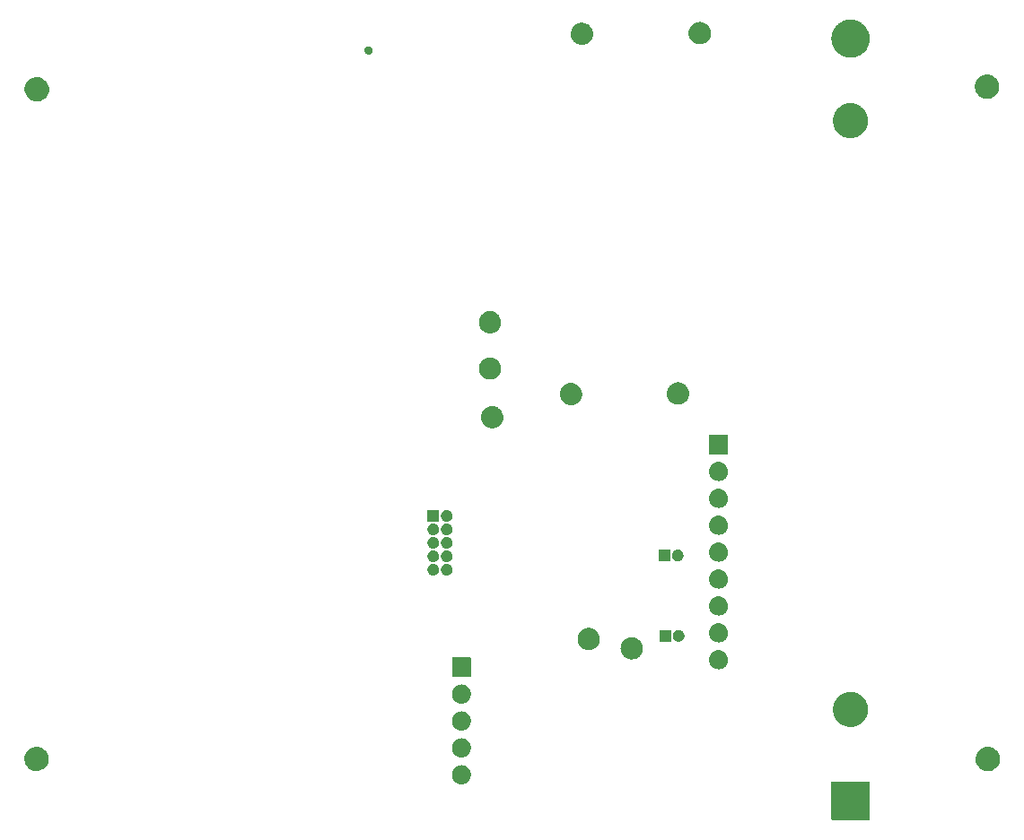
<source format=gbr>
G04 #@! TF.GenerationSoftware,KiCad,Pcbnew,(5.99.0-429-gffcf3b01f)*
G04 #@! TF.CreationDate,2019-12-13T14:25:27+01:00*
G04 #@! TF.ProjectId,smartlock,736d6172-746c-46f6-936b-2e6b69636164,rev?*
G04 #@! TF.SameCoordinates,Original*
G04 #@! TF.FileFunction,Soldermask,Bot*
G04 #@! TF.FilePolarity,Negative*
%FSLAX46Y46*%
G04 Gerber Fmt 4.6, Leading zero omitted, Abs format (unit mm)*
G04 Created by KiCad (PCBNEW (5.99.0-429-gffcf3b01f)) date 2019-12-13 14:25:27*
%MOMM*%
%LPD*%
G04 APERTURE LIST*
G04 APERTURE END LIST*
G36*
X178884022Y-131196548D02*
G01*
X178900825Y-131207775D01*
X178912052Y-131224578D01*
X178916985Y-131249375D01*
X178916985Y-134739425D01*
X178912052Y-134764222D01*
X178900825Y-134781025D01*
X178884022Y-134792252D01*
X178859225Y-134797185D01*
X175369175Y-134797185D01*
X175344378Y-134792252D01*
X175327575Y-134781025D01*
X175316348Y-134764222D01*
X175311415Y-134739425D01*
X175311415Y-131249375D01*
X175316348Y-131224578D01*
X175327575Y-131207775D01*
X175344378Y-131196548D01*
X175369175Y-131191615D01*
X178859225Y-131191615D01*
X178884022Y-131196548D01*
G37*
G36*
X140436358Y-129614783D02*
G01*
X140458586Y-129613696D01*
X140527458Y-129624358D01*
X140599518Y-129631932D01*
X140620575Y-129638774D01*
X140639438Y-129641694D01*
X140707742Y-129667096D01*
X140779606Y-129690446D01*
X140796038Y-129699933D01*
X140810956Y-129705481D01*
X140875453Y-129745783D01*
X140943593Y-129785124D01*
X140955345Y-129795705D01*
X140966156Y-129802461D01*
X141023579Y-129857144D01*
X141084312Y-129911828D01*
X141091741Y-129922053D01*
X141098678Y-129928659D01*
X141145809Y-129996472D01*
X141195612Y-130065020D01*
X141199463Y-130073671D01*
X141203121Y-130078933D01*
X141236994Y-130157964D01*
X141272630Y-130238004D01*
X141273940Y-130244166D01*
X141275211Y-130247132D01*
X141293274Y-130335129D01*
X141311999Y-130423222D01*
X141311999Y-130612578D01*
X141311330Y-130615725D01*
X141311330Y-130615778D01*
X141273302Y-130794690D01*
X141273279Y-130794743D01*
X141272630Y-130797796D01*
X141236051Y-130879954D01*
X141200037Y-130962385D01*
X141198174Y-130965026D01*
X141195612Y-130970780D01*
X141144104Y-131041676D01*
X141094548Y-131111925D01*
X141089879Y-131116309D01*
X141084312Y-131123972D01*
X141021334Y-131180678D01*
X140961145Y-131237199D01*
X140952986Y-131242218D01*
X140943593Y-131250676D01*
X140872827Y-131291533D01*
X140805277Y-131333090D01*
X140793293Y-131337452D01*
X140779606Y-131345354D01*
X140704823Y-131369653D01*
X140633313Y-131395680D01*
X140617558Y-131398007D01*
X140599518Y-131403868D01*
X140524399Y-131411763D01*
X140452274Y-131422414D01*
X140433207Y-131421348D01*
X140411200Y-131423661D01*
X140339176Y-131416091D01*
X140269561Y-131412199D01*
X140248037Y-131406512D01*
X140222882Y-131403868D01*
X140156944Y-131382443D01*
X140092628Y-131365450D01*
X140069862Y-131354149D01*
X140042794Y-131345354D01*
X139985454Y-131312249D01*
X139928708Y-131284080D01*
X139906183Y-131266482D01*
X139878807Y-131250676D01*
X139831939Y-131208476D01*
X139784502Y-131171414D01*
X139763924Y-131147235D01*
X139738088Y-131123972D01*
X139702860Y-131075484D01*
X139665897Y-131032053D01*
X139649078Y-131001460D01*
X139626788Y-130970780D01*
X139603686Y-130918891D01*
X139577734Y-130871686D01*
X139566477Y-130835319D01*
X139549770Y-130797796D01*
X139538614Y-130745309D01*
X139523618Y-130696866D01*
X139519594Y-130655829D01*
X139510401Y-130612578D01*
X139510401Y-130562069D01*
X139505760Y-130514737D01*
X139510401Y-130470582D01*
X139510401Y-130423222D01*
X139520248Y-130376895D01*
X139524889Y-130332740D01*
X139539268Y-130287411D01*
X139549770Y-130238004D01*
X139567756Y-130197608D01*
X139580222Y-130158309D01*
X139604962Y-130114042D01*
X139626788Y-130065020D01*
X139650930Y-130031791D01*
X139669504Y-129998557D01*
X139704705Y-129957776D01*
X139738088Y-129911828D01*
X139766266Y-129886456D01*
X139789080Y-129860026D01*
X139834271Y-129825225D01*
X139878807Y-129785124D01*
X139908915Y-129767741D01*
X139934073Y-129748367D01*
X139988185Y-129721975D01*
X140042794Y-129690446D01*
X140072851Y-129680680D01*
X140098551Y-129668145D01*
X140159936Y-129652385D01*
X140222882Y-129631932D01*
X140251178Y-129628958D01*
X140275801Y-129622636D01*
X140342249Y-129619386D01*
X140411200Y-129612139D01*
X140436358Y-129614783D01*
G37*
G36*
X190294662Y-127898671D02*
G01*
X190497403Y-127958919D01*
X190685767Y-128055102D01*
X190853452Y-128184003D01*
X190994842Y-128341309D01*
X191105190Y-128521733D01*
X191180816Y-128719262D01*
X191219056Y-128926592D01*
X191219055Y-128926615D01*
X191219173Y-128927253D01*
X191211825Y-129198837D01*
X191211670Y-129199479D01*
X191211670Y-129199490D01*
X191162274Y-129404453D01*
X191076081Y-129597594D01*
X190956129Y-129771798D01*
X190806445Y-129921220D01*
X190632037Y-130040864D01*
X190438742Y-130126722D01*
X190233040Y-130175918D01*
X190021817Y-130186802D01*
X189812152Y-130159013D01*
X189611053Y-130093478D01*
X189425269Y-129992396D01*
X189261018Y-129859151D01*
X189123798Y-129698201D01*
X189018207Y-129514945D01*
X188947780Y-129315510D01*
X188914876Y-129106586D01*
X188920598Y-128895152D01*
X188964751Y-128688316D01*
X189045860Y-128492982D01*
X189161209Y-128315699D01*
X189306930Y-128162409D01*
X189478145Y-128038243D01*
X189669128Y-127947353D01*
X189873473Y-127892790D01*
X190084337Y-127876380D01*
X190294662Y-127898671D01*
G37*
G36*
X100556462Y-127896131D02*
G01*
X100759203Y-127956379D01*
X100947567Y-128052562D01*
X101115252Y-128181463D01*
X101256642Y-128338769D01*
X101366990Y-128519193D01*
X101442616Y-128716722D01*
X101480856Y-128924052D01*
X101480855Y-128924075D01*
X101480973Y-128924713D01*
X101473625Y-129196297D01*
X101473470Y-129196939D01*
X101473470Y-129196950D01*
X101424074Y-129401913D01*
X101337881Y-129595054D01*
X101217929Y-129769258D01*
X101068245Y-129918680D01*
X100893837Y-130038324D01*
X100700542Y-130124182D01*
X100494840Y-130173378D01*
X100283617Y-130184262D01*
X100073952Y-130156473D01*
X99872853Y-130090938D01*
X99687069Y-129989856D01*
X99522818Y-129856611D01*
X99385598Y-129695661D01*
X99280007Y-129512405D01*
X99209580Y-129312970D01*
X99176676Y-129104046D01*
X99182398Y-128892612D01*
X99226551Y-128685776D01*
X99307660Y-128490442D01*
X99423009Y-128313159D01*
X99568730Y-128159869D01*
X99739945Y-128035703D01*
X99930928Y-127944813D01*
X100135273Y-127890250D01*
X100346137Y-127873840D01*
X100556462Y-127896131D01*
G37*
G36*
X140436358Y-127074783D02*
G01*
X140458586Y-127073696D01*
X140527458Y-127084358D01*
X140599518Y-127091932D01*
X140620575Y-127098774D01*
X140639438Y-127101694D01*
X140707742Y-127127096D01*
X140779606Y-127150446D01*
X140796038Y-127159933D01*
X140810956Y-127165481D01*
X140875453Y-127205783D01*
X140943593Y-127245124D01*
X140955345Y-127255705D01*
X140966156Y-127262461D01*
X141023579Y-127317144D01*
X141084312Y-127371828D01*
X141091741Y-127382053D01*
X141098678Y-127388659D01*
X141145809Y-127456472D01*
X141195612Y-127525020D01*
X141199463Y-127533671D01*
X141203121Y-127538933D01*
X141236994Y-127617964D01*
X141272630Y-127698004D01*
X141273940Y-127704166D01*
X141275211Y-127707132D01*
X141293274Y-127795129D01*
X141311999Y-127883222D01*
X141311999Y-128072578D01*
X141311330Y-128075725D01*
X141311330Y-128075778D01*
X141273302Y-128254690D01*
X141273279Y-128254743D01*
X141272630Y-128257796D01*
X141236051Y-128339954D01*
X141200037Y-128422385D01*
X141198174Y-128425026D01*
X141195612Y-128430780D01*
X141144104Y-128501676D01*
X141094548Y-128571925D01*
X141089879Y-128576309D01*
X141084312Y-128583972D01*
X141021334Y-128640678D01*
X140961145Y-128697199D01*
X140952986Y-128702218D01*
X140943593Y-128710676D01*
X140872827Y-128751533D01*
X140805277Y-128793090D01*
X140793293Y-128797452D01*
X140779606Y-128805354D01*
X140704823Y-128829653D01*
X140633313Y-128855680D01*
X140617558Y-128858007D01*
X140599518Y-128863868D01*
X140524399Y-128871763D01*
X140452274Y-128882414D01*
X140433207Y-128881348D01*
X140411200Y-128883661D01*
X140339176Y-128876091D01*
X140269561Y-128872199D01*
X140248037Y-128866512D01*
X140222882Y-128863868D01*
X140156944Y-128842443D01*
X140092628Y-128825450D01*
X140069862Y-128814149D01*
X140042794Y-128805354D01*
X139985454Y-128772249D01*
X139928708Y-128744080D01*
X139906183Y-128726482D01*
X139878807Y-128710676D01*
X139831939Y-128668476D01*
X139784502Y-128631414D01*
X139763924Y-128607235D01*
X139738088Y-128583972D01*
X139702860Y-128535484D01*
X139665897Y-128492053D01*
X139649078Y-128461460D01*
X139626788Y-128430780D01*
X139603686Y-128378891D01*
X139577734Y-128331686D01*
X139566477Y-128295319D01*
X139549770Y-128257796D01*
X139538614Y-128205309D01*
X139523618Y-128156866D01*
X139519594Y-128115829D01*
X139510401Y-128072578D01*
X139510401Y-128022069D01*
X139505760Y-127974737D01*
X139510401Y-127930582D01*
X139510401Y-127883222D01*
X139520248Y-127836895D01*
X139524889Y-127792740D01*
X139539268Y-127747411D01*
X139549770Y-127698004D01*
X139567756Y-127657608D01*
X139580222Y-127618309D01*
X139604962Y-127574042D01*
X139626788Y-127525020D01*
X139650930Y-127491791D01*
X139669504Y-127458557D01*
X139704705Y-127417776D01*
X139738088Y-127371828D01*
X139766266Y-127346456D01*
X139789080Y-127320026D01*
X139834271Y-127285225D01*
X139878807Y-127245124D01*
X139908915Y-127227741D01*
X139934073Y-127208367D01*
X139988185Y-127181975D01*
X140042794Y-127150446D01*
X140072851Y-127140680D01*
X140098551Y-127128145D01*
X140159936Y-127112385D01*
X140222882Y-127091932D01*
X140251178Y-127088958D01*
X140275801Y-127082636D01*
X140342249Y-127079386D01*
X140411200Y-127072139D01*
X140436358Y-127074783D01*
G37*
G36*
X140436358Y-124534783D02*
G01*
X140458586Y-124533696D01*
X140527458Y-124544358D01*
X140599518Y-124551932D01*
X140620575Y-124558774D01*
X140639438Y-124561694D01*
X140707742Y-124587096D01*
X140779606Y-124610446D01*
X140796038Y-124619933D01*
X140810956Y-124625481D01*
X140875453Y-124665783D01*
X140943593Y-124705124D01*
X140955345Y-124715705D01*
X140966156Y-124722461D01*
X141023579Y-124777144D01*
X141084312Y-124831828D01*
X141091741Y-124842053D01*
X141098678Y-124848659D01*
X141145809Y-124916472D01*
X141195612Y-124985020D01*
X141199463Y-124993671D01*
X141203121Y-124998933D01*
X141236994Y-125077964D01*
X141272630Y-125158004D01*
X141273940Y-125164166D01*
X141275211Y-125167132D01*
X141293274Y-125255129D01*
X141311999Y-125343222D01*
X141311999Y-125532578D01*
X141311330Y-125535725D01*
X141311330Y-125535778D01*
X141273302Y-125714690D01*
X141273279Y-125714743D01*
X141272630Y-125717796D01*
X141236051Y-125799954D01*
X141200037Y-125882385D01*
X141198174Y-125885026D01*
X141195612Y-125890780D01*
X141144104Y-125961676D01*
X141094548Y-126031925D01*
X141089879Y-126036309D01*
X141084312Y-126043972D01*
X141021334Y-126100678D01*
X140961145Y-126157199D01*
X140952986Y-126162218D01*
X140943593Y-126170676D01*
X140872827Y-126211533D01*
X140805277Y-126253090D01*
X140793293Y-126257452D01*
X140779606Y-126265354D01*
X140704823Y-126289653D01*
X140633313Y-126315680D01*
X140617558Y-126318007D01*
X140599518Y-126323868D01*
X140524399Y-126331763D01*
X140452274Y-126342414D01*
X140433207Y-126341348D01*
X140411200Y-126343661D01*
X140339176Y-126336091D01*
X140269561Y-126332199D01*
X140248037Y-126326512D01*
X140222882Y-126323868D01*
X140156944Y-126302443D01*
X140092628Y-126285450D01*
X140069862Y-126274149D01*
X140042794Y-126265354D01*
X139985454Y-126232249D01*
X139928708Y-126204080D01*
X139906183Y-126186482D01*
X139878807Y-126170676D01*
X139831939Y-126128476D01*
X139784502Y-126091414D01*
X139763924Y-126067235D01*
X139738088Y-126043972D01*
X139702860Y-125995484D01*
X139665897Y-125952053D01*
X139649078Y-125921460D01*
X139626788Y-125890780D01*
X139603686Y-125838891D01*
X139577734Y-125791686D01*
X139566477Y-125755319D01*
X139549770Y-125717796D01*
X139538614Y-125665309D01*
X139523618Y-125616866D01*
X139519594Y-125575829D01*
X139510401Y-125532578D01*
X139510401Y-125482069D01*
X139505760Y-125434737D01*
X139510401Y-125390582D01*
X139510401Y-125343222D01*
X139520248Y-125296895D01*
X139524889Y-125252740D01*
X139539268Y-125207411D01*
X139549770Y-125158004D01*
X139567756Y-125117608D01*
X139580222Y-125078309D01*
X139604962Y-125034042D01*
X139626788Y-124985020D01*
X139650930Y-124951791D01*
X139669504Y-124918557D01*
X139704705Y-124877776D01*
X139738088Y-124831828D01*
X139766266Y-124806456D01*
X139789080Y-124780026D01*
X139834271Y-124745225D01*
X139878807Y-124705124D01*
X139908915Y-124687741D01*
X139934073Y-124668367D01*
X139988185Y-124641975D01*
X140042794Y-124610446D01*
X140072851Y-124600680D01*
X140098551Y-124588145D01*
X140159936Y-124572385D01*
X140222882Y-124551932D01*
X140251178Y-124548958D01*
X140275801Y-124542636D01*
X140342249Y-124539386D01*
X140411200Y-124532139D01*
X140436358Y-124534783D01*
G37*
G36*
X177159878Y-122698601D02*
G01*
X177244121Y-122698601D01*
X177286829Y-122705365D01*
X177327438Y-122707529D01*
X177413454Y-122725421D01*
X177500763Y-122739249D01*
X177537818Y-122751289D01*
X177573342Y-122758678D01*
X177659918Y-122790961D01*
X177747887Y-122819544D01*
X177778772Y-122835281D01*
X177808669Y-122846429D01*
X177893417Y-122893696D01*
X177979407Y-122937510D01*
X178003961Y-122955350D01*
X178028020Y-122968768D01*
X178108378Y-123031212D01*
X178189624Y-123090241D01*
X178208044Y-123108661D01*
X178226342Y-123122880D01*
X178299673Y-123200290D01*
X178373359Y-123273976D01*
X178386137Y-123291564D01*
X178399071Y-123305217D01*
X178462782Y-123397056D01*
X178526090Y-123484193D01*
X178534001Y-123499719D01*
X178542227Y-123511577D01*
X178593785Y-123617052D01*
X178644056Y-123715713D01*
X178648106Y-123728178D01*
X178652530Y-123737228D01*
X178689613Y-123855924D01*
X178724351Y-123962837D01*
X178725725Y-123971511D01*
X178727425Y-123976953D01*
X178747802Y-124110904D01*
X178764999Y-124219479D01*
X178764999Y-124223945D01*
X178765089Y-124224537D01*
X178764999Y-124227570D01*
X178764999Y-124479321D01*
X178755805Y-124537367D01*
X178754779Y-124571953D01*
X178737530Y-124652757D01*
X178724351Y-124735963D01*
X178710987Y-124777094D01*
X178702497Y-124816864D01*
X178671369Y-124899026D01*
X178644056Y-124983087D01*
X178626373Y-125017791D01*
X178613517Y-125051725D01*
X178568076Y-125132205D01*
X178526090Y-125214607D01*
X178505719Y-125242645D01*
X178490025Y-125270441D01*
X178430075Y-125346761D01*
X178373359Y-125424824D01*
X178351897Y-125446286D01*
X178334882Y-125467947D01*
X178260646Y-125537537D01*
X178189624Y-125608559D01*
X178168546Y-125623873D01*
X178151642Y-125639719D01*
X178063723Y-125700031D01*
X177979407Y-125761290D01*
X177960035Y-125771160D01*
X177944530Y-125781797D01*
X177843885Y-125830342D01*
X177747887Y-125879256D01*
X177731309Y-125884643D01*
X177718317Y-125890909D01*
X177606130Y-125925315D01*
X177500763Y-125959551D01*
X177487811Y-125961602D01*
X177478190Y-125964553D01*
X177355226Y-125982602D01*
X177244121Y-126000199D01*
X177235338Y-126000199D01*
X177229690Y-126001028D01*
X177094139Y-126000199D01*
X176984279Y-126000199D01*
X176979867Y-125999500D01*
X176978536Y-125999492D01*
X176751160Y-125963277D01*
X176727637Y-125959551D01*
X176627355Y-125926968D01*
X176491302Y-125883416D01*
X176487510Y-125881529D01*
X176480513Y-125879256D01*
X176380259Y-125828174D01*
X176266429Y-125771545D01*
X176259384Y-125766585D01*
X176248993Y-125761290D01*
X176158809Y-125695768D01*
X176061073Y-125626950D01*
X176051712Y-125617958D01*
X176038776Y-125608559D01*
X175961832Y-125531615D01*
X175879944Y-125452950D01*
X175869397Y-125439180D01*
X175855041Y-125424824D01*
X175793090Y-125339555D01*
X175727223Y-125253561D01*
X175716774Y-125234516D01*
X175702310Y-125214607D01*
X175656136Y-125123986D01*
X175606416Y-125033358D01*
X175597473Y-125008854D01*
X175584344Y-124983087D01*
X175554118Y-124890060D01*
X175520309Y-124797423D01*
X175514314Y-124767555D01*
X175504049Y-124735963D01*
X175489371Y-124643289D01*
X175470882Y-124551177D01*
X175469272Y-124516387D01*
X175463401Y-124479321D01*
X175463401Y-124389554D01*
X175459269Y-124300284D01*
X175463401Y-124261297D01*
X175463401Y-124219479D01*
X175476797Y-124134897D01*
X175485740Y-124050521D01*
X175496837Y-124008371D01*
X175504049Y-123962837D01*
X175529225Y-123885353D01*
X175549686Y-123807636D01*
X175568775Y-123763629D01*
X175584344Y-123715713D01*
X175619428Y-123646857D01*
X175649635Y-123577220D01*
X175677499Y-123532887D01*
X175702310Y-123484193D01*
X175745255Y-123425085D01*
X175783284Y-123364578D01*
X175820404Y-123321650D01*
X175855041Y-123273976D01*
X175903723Y-123225294D01*
X175947566Y-123174591D01*
X175994097Y-123134920D01*
X176038776Y-123090241D01*
X176091039Y-123052270D01*
X176138690Y-123011644D01*
X176194442Y-122977144D01*
X176248993Y-122937510D01*
X176302758Y-122910115D01*
X176352267Y-122879478D01*
X176416665Y-122852076D01*
X176480513Y-122819544D01*
X176533848Y-122802214D01*
X176583374Y-122781141D01*
X176655474Y-122762696D01*
X176727637Y-122739249D01*
X176778806Y-122731145D01*
X176826693Y-122718894D01*
X176905178Y-122711129D01*
X176984279Y-122698601D01*
X177031813Y-122698601D01*
X177076642Y-122694166D01*
X177159878Y-122698601D01*
G37*
G36*
X140436358Y-121994783D02*
G01*
X140458586Y-121993696D01*
X140527458Y-122004358D01*
X140599518Y-122011932D01*
X140620575Y-122018774D01*
X140639438Y-122021694D01*
X140707742Y-122047096D01*
X140779606Y-122070446D01*
X140796038Y-122079933D01*
X140810956Y-122085481D01*
X140875453Y-122125783D01*
X140943593Y-122165124D01*
X140955345Y-122175705D01*
X140966156Y-122182461D01*
X141023579Y-122237144D01*
X141084312Y-122291828D01*
X141091741Y-122302053D01*
X141098678Y-122308659D01*
X141145809Y-122376472D01*
X141195612Y-122445020D01*
X141199463Y-122453671D01*
X141203121Y-122458933D01*
X141236994Y-122537964D01*
X141272630Y-122618004D01*
X141273940Y-122624166D01*
X141275211Y-122627132D01*
X141293274Y-122715129D01*
X141311999Y-122803222D01*
X141311999Y-122992578D01*
X141311330Y-122995725D01*
X141311330Y-122995778D01*
X141273302Y-123174690D01*
X141273279Y-123174743D01*
X141272630Y-123177796D01*
X141236051Y-123259954D01*
X141200037Y-123342385D01*
X141198174Y-123345026D01*
X141195612Y-123350780D01*
X141144104Y-123421676D01*
X141094548Y-123491925D01*
X141089879Y-123496309D01*
X141084312Y-123503972D01*
X141021334Y-123560678D01*
X140961145Y-123617199D01*
X140952986Y-123622218D01*
X140943593Y-123630676D01*
X140872827Y-123671533D01*
X140805277Y-123713090D01*
X140793293Y-123717452D01*
X140779606Y-123725354D01*
X140704823Y-123749653D01*
X140633313Y-123775680D01*
X140617558Y-123778007D01*
X140599518Y-123783868D01*
X140524399Y-123791763D01*
X140452274Y-123802414D01*
X140433207Y-123801348D01*
X140411200Y-123803661D01*
X140339176Y-123796091D01*
X140269561Y-123792199D01*
X140248037Y-123786512D01*
X140222882Y-123783868D01*
X140156944Y-123762443D01*
X140092628Y-123745450D01*
X140069862Y-123734149D01*
X140042794Y-123725354D01*
X139985454Y-123692249D01*
X139928708Y-123664080D01*
X139906183Y-123646482D01*
X139878807Y-123630676D01*
X139831939Y-123588476D01*
X139784502Y-123551414D01*
X139763924Y-123527235D01*
X139738088Y-123503972D01*
X139702860Y-123455484D01*
X139665897Y-123412053D01*
X139649078Y-123381460D01*
X139626788Y-123350780D01*
X139603686Y-123298891D01*
X139577734Y-123251686D01*
X139566477Y-123215319D01*
X139549770Y-123177796D01*
X139538614Y-123125309D01*
X139523618Y-123076866D01*
X139519594Y-123035829D01*
X139510401Y-122992578D01*
X139510401Y-122942069D01*
X139505760Y-122894737D01*
X139510401Y-122850582D01*
X139510401Y-122803222D01*
X139520248Y-122756895D01*
X139524889Y-122712740D01*
X139539268Y-122667411D01*
X139549770Y-122618004D01*
X139567756Y-122577608D01*
X139580222Y-122538309D01*
X139604962Y-122494042D01*
X139626788Y-122445020D01*
X139650930Y-122411791D01*
X139669504Y-122378557D01*
X139704705Y-122337776D01*
X139738088Y-122291828D01*
X139766266Y-122266456D01*
X139789080Y-122240026D01*
X139834271Y-122205225D01*
X139878807Y-122165124D01*
X139908915Y-122147741D01*
X139934073Y-122128367D01*
X139988185Y-122101975D01*
X140042794Y-122070446D01*
X140072851Y-122060680D01*
X140098551Y-122048145D01*
X140159936Y-122032385D01*
X140222882Y-122011932D01*
X140251178Y-122008958D01*
X140275801Y-122002636D01*
X140342249Y-121999386D01*
X140411200Y-121992139D01*
X140436358Y-121994783D01*
G37*
G36*
X141281022Y-119460048D02*
G01*
X141297825Y-119471275D01*
X141309052Y-119488078D01*
X141313985Y-119512875D01*
X141313985Y-121202925D01*
X141309052Y-121227722D01*
X141297825Y-121244525D01*
X141281022Y-121255752D01*
X141256225Y-121260685D01*
X139566175Y-121260685D01*
X139541378Y-121255752D01*
X139524575Y-121244525D01*
X139513348Y-121227722D01*
X139508415Y-121202925D01*
X139508415Y-119512875D01*
X139513348Y-119488078D01*
X139524575Y-119471275D01*
X139541378Y-119460048D01*
X139566175Y-119455115D01*
X141256225Y-119455115D01*
X141281022Y-119460048D01*
G37*
G36*
X164693358Y-118756283D02*
G01*
X164715586Y-118755196D01*
X164784458Y-118765858D01*
X164856518Y-118773432D01*
X164877575Y-118780274D01*
X164896438Y-118783194D01*
X164964742Y-118808596D01*
X165036606Y-118831946D01*
X165053038Y-118841433D01*
X165067956Y-118846981D01*
X165132453Y-118887283D01*
X165200593Y-118926624D01*
X165212345Y-118937205D01*
X165223156Y-118943961D01*
X165280579Y-118998644D01*
X165341312Y-119053328D01*
X165348741Y-119063553D01*
X165355678Y-119070159D01*
X165402809Y-119137972D01*
X165452612Y-119206520D01*
X165456463Y-119215171D01*
X165460121Y-119220433D01*
X165493994Y-119299464D01*
X165529630Y-119379504D01*
X165530940Y-119385666D01*
X165532211Y-119388632D01*
X165550274Y-119476629D01*
X165568999Y-119564722D01*
X165568999Y-119754078D01*
X165568330Y-119757225D01*
X165568330Y-119757278D01*
X165530302Y-119936190D01*
X165530279Y-119936243D01*
X165529630Y-119939296D01*
X165493051Y-120021454D01*
X165457037Y-120103885D01*
X165455174Y-120106526D01*
X165452612Y-120112280D01*
X165401104Y-120183176D01*
X165351548Y-120253425D01*
X165346879Y-120257809D01*
X165341312Y-120265472D01*
X165278334Y-120322178D01*
X165218145Y-120378699D01*
X165209986Y-120383718D01*
X165200593Y-120392176D01*
X165129827Y-120433033D01*
X165062277Y-120474590D01*
X165050293Y-120478952D01*
X165036606Y-120486854D01*
X164961823Y-120511153D01*
X164890313Y-120537180D01*
X164874558Y-120539507D01*
X164856518Y-120545368D01*
X164781399Y-120553263D01*
X164709274Y-120563914D01*
X164690207Y-120562848D01*
X164668200Y-120565161D01*
X164596176Y-120557591D01*
X164526561Y-120553699D01*
X164505037Y-120548012D01*
X164479882Y-120545368D01*
X164413944Y-120523943D01*
X164349628Y-120506950D01*
X164326862Y-120495649D01*
X164299794Y-120486854D01*
X164242454Y-120453749D01*
X164185708Y-120425580D01*
X164163183Y-120407982D01*
X164135807Y-120392176D01*
X164088939Y-120349976D01*
X164041502Y-120312914D01*
X164020924Y-120288735D01*
X163995088Y-120265472D01*
X163959860Y-120216984D01*
X163922897Y-120173553D01*
X163906078Y-120142960D01*
X163883788Y-120112280D01*
X163860686Y-120060391D01*
X163834734Y-120013186D01*
X163823477Y-119976819D01*
X163806770Y-119939296D01*
X163795614Y-119886809D01*
X163780618Y-119838366D01*
X163776594Y-119797329D01*
X163767401Y-119754078D01*
X163767401Y-119703569D01*
X163762760Y-119656237D01*
X163767401Y-119612082D01*
X163767401Y-119564722D01*
X163777248Y-119518395D01*
X163781889Y-119474240D01*
X163796268Y-119428911D01*
X163806770Y-119379504D01*
X163824756Y-119339108D01*
X163837222Y-119299809D01*
X163861962Y-119255542D01*
X163883788Y-119206520D01*
X163907930Y-119173291D01*
X163926504Y-119140057D01*
X163961705Y-119099276D01*
X163995088Y-119053328D01*
X164023266Y-119027956D01*
X164046080Y-119001526D01*
X164091271Y-118966725D01*
X164135807Y-118926624D01*
X164165915Y-118909241D01*
X164191073Y-118889867D01*
X164245185Y-118863475D01*
X164299794Y-118831946D01*
X164329851Y-118822180D01*
X164355551Y-118809645D01*
X164416936Y-118793885D01*
X164479882Y-118773432D01*
X164508178Y-118770458D01*
X164532801Y-118764136D01*
X164599249Y-118760886D01*
X164668200Y-118753639D01*
X164693358Y-118756283D01*
G37*
G36*
X156505631Y-117529232D02*
G01*
X156587070Y-117529800D01*
X156609493Y-117534403D01*
X156629080Y-117535378D01*
X156706339Y-117554283D01*
X156788933Y-117571237D01*
X156807467Y-117579028D01*
X156823847Y-117583036D01*
X156898516Y-117617301D01*
X156978904Y-117651093D01*
X156993271Y-117660784D01*
X157006085Y-117666664D01*
X157074976Y-117715894D01*
X157149746Y-117766327D01*
X157160001Y-117776654D01*
X157169223Y-117783244D01*
X157229256Y-117846394D01*
X157294951Y-117912550D01*
X157301462Y-117922350D01*
X157307374Y-117928569D01*
X157355590Y-118003819D01*
X157408990Y-118084192D01*
X157412418Y-118092509D01*
X157415548Y-118097394D01*
X157449277Y-118181936D01*
X157487518Y-118274716D01*
X157488725Y-118280814D01*
X157489851Y-118283635D01*
X157506985Y-118373029D01*
X157527545Y-118476864D01*
X157527500Y-118480067D01*
X157527582Y-118480493D01*
X157526862Y-118686638D01*
X157524446Y-118698785D01*
X157524258Y-118712237D01*
X157504273Y-118800201D01*
X157487757Y-118883234D01*
X157482442Y-118896289D01*
X157478603Y-118913189D01*
X157443131Y-118992860D01*
X157412159Y-119068945D01*
X157402964Y-119083077D01*
X157394786Y-119101445D01*
X157346196Y-119170326D01*
X157302806Y-119237013D01*
X157289188Y-119251140D01*
X157275999Y-119269836D01*
X157217031Y-119325991D01*
X157163641Y-119381374D01*
X157145344Y-119394257D01*
X157126767Y-119411948D01*
X157060430Y-119454047D01*
X156999698Y-119496809D01*
X156976777Y-119507134D01*
X156952774Y-119522367D01*
X156882155Y-119549758D01*
X156816875Y-119579165D01*
X156789736Y-119585605D01*
X156760648Y-119596888D01*
X156688837Y-119609550D01*
X156621787Y-119625462D01*
X156591166Y-119626772D01*
X156557706Y-119632672D01*
X156487595Y-119631203D01*
X156421455Y-119634033D01*
X156388424Y-119629126D01*
X156351679Y-119628356D01*
X156285911Y-119613896D01*
X156223117Y-119604567D01*
X156189021Y-119592593D01*
X156150414Y-119584105D01*
X156091270Y-119558266D01*
X156033938Y-119538132D01*
X156000344Y-119518541D01*
X155961577Y-119501604D01*
X155910874Y-119466364D01*
X155860725Y-119437119D01*
X155829371Y-119409718D01*
X155792361Y-119383996D01*
X155751399Y-119341578D01*
X155709745Y-119305177D01*
X155682456Y-119270186D01*
X155649211Y-119235760D01*
X155618773Y-119188530D01*
X155586432Y-119147061D01*
X155565005Y-119105098D01*
X155537579Y-119062542D01*
X155517919Y-119012886D01*
X155495246Y-118968484D01*
X155481379Y-118920596D01*
X155461719Y-118870941D01*
X155452579Y-118821143D01*
X155439474Y-118775886D01*
X155434662Y-118723520D01*
X155424519Y-118668254D01*
X155425187Y-118620404D01*
X155421127Y-118576218D01*
X155426573Y-118521174D01*
X155427396Y-118462202D01*
X155436770Y-118418103D01*
X155440868Y-118376676D01*
X155457401Y-118321040D01*
X155470241Y-118260632D01*
X155486906Y-118221749D01*
X155497984Y-118184471D01*
X155525999Y-118130540D01*
X155551422Y-118071224D01*
X155573752Y-118038612D01*
X155590413Y-118006538D01*
X155629806Y-117956747D01*
X155667846Y-117901191D01*
X155694104Y-117875477D01*
X155714825Y-117849287D01*
X155764980Y-117806070D01*
X155815079Y-117757010D01*
X155843506Y-117738408D01*
X155866726Y-117718400D01*
X155926498Y-117684099D01*
X155987513Y-117644172D01*
X156016441Y-117632484D01*
X156040634Y-117618601D01*
X156108354Y-117595349D01*
X156178580Y-117566976D01*
X156206502Y-117561650D01*
X156230281Y-117553485D01*
X156303838Y-117543082D01*
X156381003Y-117528362D01*
X156406653Y-117528541D01*
X156428812Y-117525407D01*
X156505631Y-117529232D01*
G37*
G36*
X152441631Y-116640232D02*
G01*
X152523070Y-116640800D01*
X152545493Y-116645403D01*
X152565080Y-116646378D01*
X152642339Y-116665283D01*
X152724933Y-116682237D01*
X152743467Y-116690028D01*
X152759847Y-116694036D01*
X152834516Y-116728301D01*
X152914904Y-116762093D01*
X152929271Y-116771784D01*
X152942085Y-116777664D01*
X153010976Y-116826894D01*
X153085746Y-116877327D01*
X153096001Y-116887654D01*
X153105223Y-116894244D01*
X153165256Y-116957394D01*
X153230951Y-117023550D01*
X153237462Y-117033350D01*
X153243374Y-117039569D01*
X153291590Y-117114819D01*
X153344990Y-117195192D01*
X153348418Y-117203509D01*
X153351548Y-117208394D01*
X153385277Y-117292936D01*
X153423518Y-117385716D01*
X153424725Y-117391814D01*
X153425851Y-117394635D01*
X153442985Y-117484029D01*
X153463545Y-117587864D01*
X153463500Y-117591067D01*
X153463582Y-117591493D01*
X153462862Y-117797638D01*
X153460446Y-117809785D01*
X153460258Y-117823237D01*
X153440273Y-117911201D01*
X153423757Y-117994234D01*
X153418442Y-118007289D01*
X153414603Y-118024189D01*
X153379131Y-118103860D01*
X153348159Y-118179945D01*
X153338964Y-118194077D01*
X153330786Y-118212445D01*
X153282196Y-118281326D01*
X153238806Y-118348013D01*
X153225188Y-118362140D01*
X153211999Y-118380836D01*
X153153031Y-118436991D01*
X153099641Y-118492374D01*
X153081344Y-118505257D01*
X153062767Y-118522948D01*
X152996430Y-118565047D01*
X152935698Y-118607809D01*
X152912777Y-118618134D01*
X152888774Y-118633367D01*
X152818155Y-118660758D01*
X152752875Y-118690165D01*
X152725736Y-118696605D01*
X152696648Y-118707888D01*
X152624837Y-118720550D01*
X152557787Y-118736462D01*
X152527166Y-118737772D01*
X152493706Y-118743672D01*
X152423595Y-118742203D01*
X152357455Y-118745033D01*
X152324424Y-118740126D01*
X152287679Y-118739356D01*
X152221911Y-118724896D01*
X152159117Y-118715567D01*
X152125021Y-118703593D01*
X152086414Y-118695105D01*
X152027270Y-118669266D01*
X151969938Y-118649132D01*
X151936344Y-118629541D01*
X151897577Y-118612604D01*
X151846874Y-118577364D01*
X151796725Y-118548119D01*
X151765371Y-118520718D01*
X151728361Y-118494996D01*
X151687399Y-118452578D01*
X151645745Y-118416177D01*
X151618456Y-118381186D01*
X151585211Y-118346760D01*
X151554773Y-118299530D01*
X151522432Y-118258061D01*
X151501005Y-118216098D01*
X151473579Y-118173542D01*
X151453919Y-118123886D01*
X151431246Y-118079484D01*
X151417379Y-118031596D01*
X151397719Y-117981941D01*
X151388579Y-117932143D01*
X151375474Y-117886886D01*
X151370662Y-117834520D01*
X151360519Y-117779254D01*
X151361187Y-117731404D01*
X151357127Y-117687218D01*
X151362573Y-117632174D01*
X151363396Y-117573202D01*
X151372770Y-117529103D01*
X151376868Y-117487676D01*
X151393401Y-117432040D01*
X151406241Y-117371632D01*
X151422906Y-117332749D01*
X151433984Y-117295471D01*
X151461999Y-117241540D01*
X151487422Y-117182224D01*
X151509752Y-117149612D01*
X151526413Y-117117538D01*
X151565806Y-117067747D01*
X151603846Y-117012191D01*
X151630104Y-116986477D01*
X151650825Y-116960287D01*
X151700980Y-116917070D01*
X151751079Y-116868010D01*
X151779506Y-116849408D01*
X151802726Y-116829400D01*
X151862498Y-116795099D01*
X151923513Y-116755172D01*
X151952441Y-116743484D01*
X151976634Y-116729601D01*
X152044354Y-116706349D01*
X152114580Y-116677976D01*
X152142502Y-116672650D01*
X152166281Y-116664485D01*
X152239838Y-116654082D01*
X152317003Y-116639362D01*
X152342653Y-116639541D01*
X152364812Y-116636407D01*
X152441631Y-116640232D01*
G37*
G36*
X164693358Y-116216283D02*
G01*
X164715586Y-116215196D01*
X164784458Y-116225858D01*
X164856518Y-116233432D01*
X164877575Y-116240274D01*
X164896438Y-116243194D01*
X164964742Y-116268596D01*
X165036606Y-116291946D01*
X165053038Y-116301433D01*
X165067956Y-116306981D01*
X165132453Y-116347283D01*
X165200593Y-116386624D01*
X165212345Y-116397205D01*
X165223156Y-116403961D01*
X165280579Y-116458644D01*
X165341312Y-116513328D01*
X165348741Y-116523553D01*
X165355678Y-116530159D01*
X165402809Y-116597972D01*
X165452612Y-116666520D01*
X165456463Y-116675171D01*
X165460121Y-116680433D01*
X165493994Y-116759464D01*
X165529630Y-116839504D01*
X165530940Y-116845666D01*
X165532211Y-116848632D01*
X165550274Y-116936629D01*
X165568999Y-117024722D01*
X165568999Y-117214078D01*
X165568330Y-117217225D01*
X165568330Y-117217278D01*
X165530302Y-117396190D01*
X165530279Y-117396243D01*
X165529630Y-117399296D01*
X165493051Y-117481454D01*
X165457037Y-117563885D01*
X165455174Y-117566526D01*
X165452612Y-117572280D01*
X165401104Y-117643176D01*
X165351548Y-117713425D01*
X165346879Y-117717809D01*
X165341312Y-117725472D01*
X165278334Y-117782178D01*
X165218145Y-117838699D01*
X165209986Y-117843718D01*
X165200593Y-117852176D01*
X165129827Y-117893033D01*
X165062277Y-117934590D01*
X165050293Y-117938952D01*
X165036606Y-117946854D01*
X164961823Y-117971153D01*
X164890313Y-117997180D01*
X164874558Y-117999507D01*
X164856518Y-118005368D01*
X164781399Y-118013263D01*
X164709274Y-118023914D01*
X164690207Y-118022848D01*
X164668200Y-118025161D01*
X164596176Y-118017591D01*
X164526561Y-118013699D01*
X164505037Y-118008012D01*
X164479882Y-118005368D01*
X164413944Y-117983943D01*
X164349628Y-117966950D01*
X164326862Y-117955649D01*
X164299794Y-117946854D01*
X164242454Y-117913749D01*
X164185708Y-117885580D01*
X164163183Y-117867982D01*
X164135807Y-117852176D01*
X164088939Y-117809976D01*
X164041502Y-117772914D01*
X164020924Y-117748735D01*
X163995088Y-117725472D01*
X163959860Y-117676984D01*
X163922897Y-117633553D01*
X163906078Y-117602960D01*
X163883788Y-117572280D01*
X163860686Y-117520391D01*
X163834734Y-117473186D01*
X163823477Y-117436819D01*
X163806770Y-117399296D01*
X163795614Y-117346809D01*
X163780618Y-117298366D01*
X163776594Y-117257329D01*
X163767401Y-117214078D01*
X163767401Y-117163569D01*
X163762760Y-117116237D01*
X163767401Y-117072082D01*
X163767401Y-117024722D01*
X163777248Y-116978395D01*
X163781889Y-116934240D01*
X163796268Y-116888911D01*
X163806770Y-116839504D01*
X163824756Y-116799108D01*
X163837222Y-116759809D01*
X163861962Y-116715542D01*
X163883788Y-116666520D01*
X163907930Y-116633291D01*
X163926504Y-116600057D01*
X163961705Y-116559276D01*
X163995088Y-116513328D01*
X164023266Y-116487956D01*
X164046080Y-116461526D01*
X164091271Y-116426725D01*
X164135807Y-116386624D01*
X164165915Y-116369241D01*
X164191073Y-116349867D01*
X164245185Y-116323475D01*
X164299794Y-116291946D01*
X164329851Y-116282180D01*
X164355551Y-116269645D01*
X164416936Y-116253885D01*
X164479882Y-116233432D01*
X164508178Y-116230458D01*
X164532801Y-116224136D01*
X164599249Y-116220886D01*
X164668200Y-116213639D01*
X164693358Y-116216283D01*
G37*
G36*
X160954360Y-116848001D02*
G01*
X160968815Y-116848001D01*
X161024289Y-116862865D01*
X161084631Y-116875691D01*
X161097745Y-116882547D01*
X161108901Y-116885536D01*
X161160999Y-116915615D01*
X161218368Y-116945607D01*
X161227023Y-116953735D01*
X161234499Y-116958051D01*
X161278878Y-117002430D01*
X161328376Y-117048912D01*
X161333007Y-117056559D01*
X161337049Y-117060601D01*
X161369613Y-117117003D01*
X161406551Y-117177995D01*
X161408165Y-117183776D01*
X161409564Y-117186199D01*
X161426744Y-117250317D01*
X161447134Y-117323345D01*
X161447099Y-117326687D01*
X161447099Y-117471315D01*
X161445523Y-117477198D01*
X161445433Y-117485774D01*
X161425811Y-117550765D01*
X161409564Y-117611401D01*
X161405245Y-117618881D01*
X161401815Y-117630243D01*
X161367129Y-117684899D01*
X161337049Y-117736999D01*
X161328884Y-117745164D01*
X161320954Y-117757660D01*
X161275107Y-117798941D01*
X161234499Y-117839549D01*
X161221980Y-117846777D01*
X161208806Y-117858639D01*
X161156238Y-117884734D01*
X161108901Y-117912064D01*
X161092126Y-117916559D01*
X161073634Y-117925738D01*
X161018898Y-117936180D01*
X160968815Y-117949599D01*
X160948552Y-117949599D01*
X160925398Y-117954016D01*
X160872798Y-117949599D01*
X160823785Y-117949599D01*
X160801413Y-117943605D01*
X160775017Y-117941388D01*
X160728304Y-117924016D01*
X160683699Y-117912064D01*
X160661131Y-117899034D01*
X160633572Y-117888785D01*
X160595617Y-117861209D01*
X160558101Y-117839549D01*
X160537634Y-117819082D01*
X160511484Y-117800083D01*
X160484156Y-117765604D01*
X160455551Y-117736999D01*
X160439637Y-117709435D01*
X160417746Y-117681816D01*
X160401829Y-117643951D01*
X160383036Y-117611401D01*
X160374053Y-117577874D01*
X160359266Y-117542698D01*
X160354483Y-117504838D01*
X160345501Y-117471315D01*
X160345501Y-117433737D01*
X160340352Y-117392978D01*
X160345501Y-117358110D01*
X160345501Y-117326285D01*
X160355971Y-117287210D01*
X160362398Y-117243687D01*
X160375544Y-117214160D01*
X160383036Y-117186199D01*
X160404696Y-117148683D01*
X160423778Y-117105824D01*
X160442524Y-117083164D01*
X160455551Y-117060601D01*
X160488198Y-117027954D01*
X160519972Y-116989546D01*
X160541724Y-116974428D01*
X160558101Y-116958051D01*
X160600551Y-116933542D01*
X160643891Y-116903420D01*
X160666147Y-116895670D01*
X160683699Y-116885536D01*
X160733785Y-116872116D01*
X160786407Y-116853791D01*
X160807015Y-116852494D01*
X160823785Y-116848001D01*
X160878434Y-116848001D01*
X160937019Y-116844315D01*
X160954360Y-116848001D01*
G37*
G36*
X160146122Y-116850948D02*
G01*
X160162925Y-116862175D01*
X160174152Y-116878978D01*
X160179085Y-116903775D01*
X160179085Y-117893825D01*
X160174152Y-117918622D01*
X160162925Y-117935425D01*
X160146122Y-117946652D01*
X160121325Y-117951585D01*
X159131275Y-117951585D01*
X159106478Y-117946652D01*
X159089675Y-117935425D01*
X159078448Y-117918622D01*
X159073515Y-117893825D01*
X159073515Y-116903775D01*
X159078448Y-116878978D01*
X159089675Y-116862175D01*
X159106478Y-116850948D01*
X159131275Y-116846015D01*
X160121325Y-116846015D01*
X160146122Y-116850948D01*
G37*
G36*
X164693358Y-113676283D02*
G01*
X164715586Y-113675196D01*
X164784458Y-113685858D01*
X164856518Y-113693432D01*
X164877575Y-113700274D01*
X164896438Y-113703194D01*
X164964742Y-113728596D01*
X165036606Y-113751946D01*
X165053038Y-113761433D01*
X165067956Y-113766981D01*
X165132453Y-113807283D01*
X165200593Y-113846624D01*
X165212345Y-113857205D01*
X165223156Y-113863961D01*
X165280579Y-113918644D01*
X165341312Y-113973328D01*
X165348741Y-113983553D01*
X165355678Y-113990159D01*
X165402809Y-114057972D01*
X165452612Y-114126520D01*
X165456463Y-114135171D01*
X165460121Y-114140433D01*
X165493994Y-114219464D01*
X165529630Y-114299504D01*
X165530940Y-114305666D01*
X165532211Y-114308632D01*
X165550274Y-114396629D01*
X165568999Y-114484722D01*
X165568999Y-114674078D01*
X165568330Y-114677225D01*
X165568330Y-114677278D01*
X165530302Y-114856190D01*
X165530279Y-114856243D01*
X165529630Y-114859296D01*
X165493051Y-114941454D01*
X165457037Y-115023885D01*
X165455174Y-115026526D01*
X165452612Y-115032280D01*
X165401104Y-115103176D01*
X165351548Y-115173425D01*
X165346879Y-115177809D01*
X165341312Y-115185472D01*
X165278334Y-115242178D01*
X165218145Y-115298699D01*
X165209986Y-115303718D01*
X165200593Y-115312176D01*
X165129827Y-115353033D01*
X165062277Y-115394590D01*
X165050293Y-115398952D01*
X165036606Y-115406854D01*
X164961823Y-115431153D01*
X164890313Y-115457180D01*
X164874558Y-115459507D01*
X164856518Y-115465368D01*
X164781399Y-115473263D01*
X164709274Y-115483914D01*
X164690207Y-115482848D01*
X164668200Y-115485161D01*
X164596176Y-115477591D01*
X164526561Y-115473699D01*
X164505037Y-115468012D01*
X164479882Y-115465368D01*
X164413944Y-115443943D01*
X164349628Y-115426950D01*
X164326862Y-115415649D01*
X164299794Y-115406854D01*
X164242454Y-115373749D01*
X164185708Y-115345580D01*
X164163183Y-115327982D01*
X164135807Y-115312176D01*
X164088939Y-115269976D01*
X164041502Y-115232914D01*
X164020924Y-115208735D01*
X163995088Y-115185472D01*
X163959860Y-115136984D01*
X163922897Y-115093553D01*
X163906078Y-115062960D01*
X163883788Y-115032280D01*
X163860686Y-114980391D01*
X163834734Y-114933186D01*
X163823477Y-114896819D01*
X163806770Y-114859296D01*
X163795614Y-114806809D01*
X163780618Y-114758366D01*
X163776594Y-114717329D01*
X163767401Y-114674078D01*
X163767401Y-114623569D01*
X163762760Y-114576237D01*
X163767401Y-114532082D01*
X163767401Y-114484722D01*
X163777248Y-114438395D01*
X163781889Y-114394240D01*
X163796268Y-114348911D01*
X163806770Y-114299504D01*
X163824756Y-114259108D01*
X163837222Y-114219809D01*
X163861962Y-114175542D01*
X163883788Y-114126520D01*
X163907930Y-114093291D01*
X163926504Y-114060057D01*
X163961705Y-114019276D01*
X163995088Y-113973328D01*
X164023266Y-113947956D01*
X164046080Y-113921526D01*
X164091271Y-113886725D01*
X164135807Y-113846624D01*
X164165915Y-113829241D01*
X164191073Y-113809867D01*
X164245185Y-113783475D01*
X164299794Y-113751946D01*
X164329851Y-113742180D01*
X164355551Y-113729645D01*
X164416936Y-113713885D01*
X164479882Y-113693432D01*
X164508178Y-113690458D01*
X164532801Y-113684136D01*
X164599249Y-113680886D01*
X164668200Y-113673639D01*
X164693358Y-113676283D01*
G37*
G36*
X164693358Y-111136283D02*
G01*
X164715586Y-111135196D01*
X164784458Y-111145858D01*
X164856518Y-111153432D01*
X164877575Y-111160274D01*
X164896438Y-111163194D01*
X164964742Y-111188596D01*
X165036606Y-111211946D01*
X165053038Y-111221433D01*
X165067956Y-111226981D01*
X165132453Y-111267283D01*
X165200593Y-111306624D01*
X165212345Y-111317205D01*
X165223156Y-111323961D01*
X165280579Y-111378644D01*
X165341312Y-111433328D01*
X165348741Y-111443553D01*
X165355678Y-111450159D01*
X165402809Y-111517972D01*
X165452612Y-111586520D01*
X165456463Y-111595171D01*
X165460121Y-111600433D01*
X165493994Y-111679464D01*
X165529630Y-111759504D01*
X165530940Y-111765666D01*
X165532211Y-111768632D01*
X165550274Y-111856629D01*
X165568999Y-111944722D01*
X165568999Y-112134078D01*
X165568330Y-112137225D01*
X165568330Y-112137278D01*
X165530302Y-112316190D01*
X165530279Y-112316243D01*
X165529630Y-112319296D01*
X165493051Y-112401454D01*
X165457037Y-112483885D01*
X165455174Y-112486526D01*
X165452612Y-112492280D01*
X165401104Y-112563176D01*
X165351548Y-112633425D01*
X165346879Y-112637809D01*
X165341312Y-112645472D01*
X165278334Y-112702178D01*
X165218145Y-112758699D01*
X165209986Y-112763718D01*
X165200593Y-112772176D01*
X165129827Y-112813033D01*
X165062277Y-112854590D01*
X165050293Y-112858952D01*
X165036606Y-112866854D01*
X164961823Y-112891153D01*
X164890313Y-112917180D01*
X164874558Y-112919507D01*
X164856518Y-112925368D01*
X164781399Y-112933263D01*
X164709274Y-112943914D01*
X164690207Y-112942848D01*
X164668200Y-112945161D01*
X164596176Y-112937591D01*
X164526561Y-112933699D01*
X164505037Y-112928012D01*
X164479882Y-112925368D01*
X164413944Y-112903943D01*
X164349628Y-112886950D01*
X164326862Y-112875649D01*
X164299794Y-112866854D01*
X164242454Y-112833749D01*
X164185708Y-112805580D01*
X164163183Y-112787982D01*
X164135807Y-112772176D01*
X164088939Y-112729976D01*
X164041502Y-112692914D01*
X164020924Y-112668735D01*
X163995088Y-112645472D01*
X163959860Y-112596984D01*
X163922897Y-112553553D01*
X163906078Y-112522960D01*
X163883788Y-112492280D01*
X163860686Y-112440391D01*
X163834734Y-112393186D01*
X163823477Y-112356819D01*
X163806770Y-112319296D01*
X163795614Y-112266809D01*
X163780618Y-112218366D01*
X163776594Y-112177329D01*
X163767401Y-112134078D01*
X163767401Y-112083569D01*
X163762760Y-112036237D01*
X163767401Y-111992082D01*
X163767401Y-111944722D01*
X163777248Y-111898395D01*
X163781889Y-111854240D01*
X163796268Y-111808911D01*
X163806770Y-111759504D01*
X163824756Y-111719108D01*
X163837222Y-111679809D01*
X163861962Y-111635542D01*
X163883788Y-111586520D01*
X163907930Y-111553291D01*
X163926504Y-111520057D01*
X163961705Y-111479276D01*
X163995088Y-111433328D01*
X164023266Y-111407956D01*
X164046080Y-111381526D01*
X164091271Y-111346725D01*
X164135807Y-111306624D01*
X164165915Y-111289241D01*
X164191073Y-111269867D01*
X164245185Y-111243475D01*
X164299794Y-111211946D01*
X164329851Y-111202180D01*
X164355551Y-111189645D01*
X164416936Y-111173885D01*
X164479882Y-111153432D01*
X164508178Y-111150458D01*
X164532801Y-111144136D01*
X164599249Y-111140886D01*
X164668200Y-111133639D01*
X164693358Y-111136283D01*
G37*
G36*
X139072260Y-110599601D02*
G01*
X139086715Y-110599601D01*
X139142189Y-110614465D01*
X139202531Y-110627291D01*
X139215645Y-110634147D01*
X139226801Y-110637136D01*
X139278899Y-110667215D01*
X139336268Y-110697207D01*
X139344923Y-110705335D01*
X139352399Y-110709651D01*
X139396778Y-110754030D01*
X139446276Y-110800512D01*
X139450907Y-110808159D01*
X139454949Y-110812201D01*
X139487513Y-110868603D01*
X139524451Y-110929595D01*
X139526065Y-110935376D01*
X139527464Y-110937799D01*
X139544644Y-111001917D01*
X139565034Y-111074945D01*
X139564999Y-111078287D01*
X139564999Y-111222915D01*
X139563423Y-111228798D01*
X139563333Y-111237374D01*
X139543711Y-111302365D01*
X139527464Y-111363001D01*
X139523145Y-111370481D01*
X139519715Y-111381843D01*
X139485029Y-111436499D01*
X139454949Y-111488599D01*
X139446784Y-111496764D01*
X139438854Y-111509260D01*
X139393007Y-111550541D01*
X139352399Y-111591149D01*
X139339880Y-111598377D01*
X139326706Y-111610239D01*
X139274138Y-111636334D01*
X139226801Y-111663664D01*
X139210026Y-111668159D01*
X139191534Y-111677338D01*
X139136798Y-111687780D01*
X139086715Y-111701199D01*
X139066452Y-111701199D01*
X139043298Y-111705616D01*
X138990698Y-111701199D01*
X138941685Y-111701199D01*
X138919313Y-111695205D01*
X138892917Y-111692988D01*
X138846204Y-111675616D01*
X138801599Y-111663664D01*
X138779031Y-111650634D01*
X138751472Y-111640385D01*
X138713517Y-111612809D01*
X138676001Y-111591149D01*
X138655534Y-111570682D01*
X138629384Y-111551683D01*
X138602056Y-111517204D01*
X138573451Y-111488599D01*
X138557537Y-111461035D01*
X138535646Y-111433416D01*
X138519729Y-111395551D01*
X138500936Y-111363001D01*
X138491953Y-111329474D01*
X138477166Y-111294298D01*
X138472383Y-111256438D01*
X138463401Y-111222915D01*
X138463401Y-111185337D01*
X138458252Y-111144578D01*
X138463401Y-111109710D01*
X138463401Y-111077885D01*
X138473871Y-111038810D01*
X138480298Y-110995287D01*
X138493444Y-110965760D01*
X138500936Y-110937799D01*
X138522596Y-110900283D01*
X138541678Y-110857424D01*
X138560424Y-110834764D01*
X138573451Y-110812201D01*
X138606098Y-110779554D01*
X138637872Y-110741146D01*
X138659624Y-110726028D01*
X138676001Y-110709651D01*
X138718451Y-110685142D01*
X138761791Y-110655020D01*
X138784047Y-110647270D01*
X138801599Y-110637136D01*
X138851685Y-110623716D01*
X138904307Y-110605391D01*
X138924915Y-110604094D01*
X138941685Y-110599601D01*
X138996334Y-110599601D01*
X139054919Y-110595915D01*
X139072260Y-110599601D01*
G37*
G36*
X137802260Y-110599601D02*
G01*
X137816715Y-110599601D01*
X137872189Y-110614465D01*
X137932531Y-110627291D01*
X137945645Y-110634147D01*
X137956801Y-110637136D01*
X138008899Y-110667215D01*
X138066268Y-110697207D01*
X138074923Y-110705335D01*
X138082399Y-110709651D01*
X138126778Y-110754030D01*
X138176276Y-110800512D01*
X138180907Y-110808159D01*
X138184949Y-110812201D01*
X138217513Y-110868603D01*
X138254451Y-110929595D01*
X138256065Y-110935376D01*
X138257464Y-110937799D01*
X138274644Y-111001917D01*
X138295034Y-111074945D01*
X138294999Y-111078287D01*
X138294999Y-111222915D01*
X138293423Y-111228798D01*
X138293333Y-111237374D01*
X138273711Y-111302365D01*
X138257464Y-111363001D01*
X138253145Y-111370481D01*
X138249715Y-111381843D01*
X138215029Y-111436499D01*
X138184949Y-111488599D01*
X138176784Y-111496764D01*
X138168854Y-111509260D01*
X138123007Y-111550541D01*
X138082399Y-111591149D01*
X138069880Y-111598377D01*
X138056706Y-111610239D01*
X138004138Y-111636334D01*
X137956801Y-111663664D01*
X137940026Y-111668159D01*
X137921534Y-111677338D01*
X137866798Y-111687780D01*
X137816715Y-111701199D01*
X137796452Y-111701199D01*
X137773298Y-111705616D01*
X137720698Y-111701199D01*
X137671685Y-111701199D01*
X137649313Y-111695205D01*
X137622917Y-111692988D01*
X137576204Y-111675616D01*
X137531599Y-111663664D01*
X137509031Y-111650634D01*
X137481472Y-111640385D01*
X137443517Y-111612809D01*
X137406001Y-111591149D01*
X137385534Y-111570682D01*
X137359384Y-111551683D01*
X137332056Y-111517204D01*
X137303451Y-111488599D01*
X137287537Y-111461035D01*
X137265646Y-111433416D01*
X137249729Y-111395551D01*
X137230936Y-111363001D01*
X137221953Y-111329474D01*
X137207166Y-111294298D01*
X137202383Y-111256438D01*
X137193401Y-111222915D01*
X137193401Y-111185337D01*
X137188252Y-111144578D01*
X137193401Y-111109710D01*
X137193401Y-111077885D01*
X137203871Y-111038810D01*
X137210298Y-110995287D01*
X137223444Y-110965760D01*
X137230936Y-110937799D01*
X137252596Y-110900283D01*
X137271678Y-110857424D01*
X137290424Y-110834764D01*
X137303451Y-110812201D01*
X137336098Y-110779554D01*
X137367872Y-110741146D01*
X137389624Y-110726028D01*
X137406001Y-110709651D01*
X137448451Y-110685142D01*
X137491791Y-110655020D01*
X137514047Y-110647270D01*
X137531599Y-110637136D01*
X137581685Y-110623716D01*
X137634307Y-110605391D01*
X137654915Y-110604094D01*
X137671685Y-110599601D01*
X137726334Y-110599601D01*
X137784919Y-110595915D01*
X137802260Y-110599601D01*
G37*
G36*
X139072260Y-109329601D02*
G01*
X139086715Y-109329601D01*
X139142189Y-109344465D01*
X139202531Y-109357291D01*
X139215645Y-109364147D01*
X139226801Y-109367136D01*
X139278899Y-109397215D01*
X139336268Y-109427207D01*
X139344923Y-109435335D01*
X139352399Y-109439651D01*
X139396778Y-109484030D01*
X139446276Y-109530512D01*
X139450907Y-109538159D01*
X139454949Y-109542201D01*
X139487513Y-109598603D01*
X139524451Y-109659595D01*
X139526065Y-109665376D01*
X139527464Y-109667799D01*
X139544644Y-109731917D01*
X139565034Y-109804945D01*
X139564999Y-109808287D01*
X139564999Y-109952915D01*
X139563423Y-109958798D01*
X139563333Y-109967374D01*
X139543711Y-110032365D01*
X139527464Y-110093001D01*
X139523145Y-110100481D01*
X139519715Y-110111843D01*
X139485029Y-110166499D01*
X139454949Y-110218599D01*
X139446784Y-110226764D01*
X139438854Y-110239260D01*
X139393007Y-110280541D01*
X139352399Y-110321149D01*
X139339880Y-110328377D01*
X139326706Y-110340239D01*
X139274138Y-110366334D01*
X139226801Y-110393664D01*
X139210026Y-110398159D01*
X139191534Y-110407338D01*
X139136798Y-110417780D01*
X139086715Y-110431199D01*
X139066452Y-110431199D01*
X139043298Y-110435616D01*
X138990698Y-110431199D01*
X138941685Y-110431199D01*
X138919313Y-110425205D01*
X138892917Y-110422988D01*
X138846204Y-110405616D01*
X138801599Y-110393664D01*
X138779031Y-110380634D01*
X138751472Y-110370385D01*
X138713517Y-110342809D01*
X138676001Y-110321149D01*
X138655534Y-110300682D01*
X138629384Y-110281683D01*
X138602056Y-110247204D01*
X138573451Y-110218599D01*
X138557537Y-110191035D01*
X138535646Y-110163416D01*
X138519729Y-110125551D01*
X138500936Y-110093001D01*
X138491953Y-110059474D01*
X138477166Y-110024298D01*
X138472383Y-109986438D01*
X138463401Y-109952915D01*
X138463401Y-109915337D01*
X138458252Y-109874578D01*
X138463401Y-109839710D01*
X138463401Y-109807885D01*
X138473871Y-109768810D01*
X138480298Y-109725287D01*
X138493444Y-109695760D01*
X138500936Y-109667799D01*
X138522596Y-109630283D01*
X138541678Y-109587424D01*
X138560424Y-109564764D01*
X138573451Y-109542201D01*
X138606098Y-109509554D01*
X138637872Y-109471146D01*
X138659624Y-109456028D01*
X138676001Y-109439651D01*
X138718451Y-109415142D01*
X138761791Y-109385020D01*
X138784047Y-109377270D01*
X138801599Y-109367136D01*
X138851685Y-109353716D01*
X138904307Y-109335391D01*
X138924915Y-109334094D01*
X138941685Y-109329601D01*
X138996334Y-109329601D01*
X139054919Y-109325915D01*
X139072260Y-109329601D01*
G37*
G36*
X137802260Y-109329601D02*
G01*
X137816715Y-109329601D01*
X137872189Y-109344465D01*
X137932531Y-109357291D01*
X137945645Y-109364147D01*
X137956801Y-109367136D01*
X138008899Y-109397215D01*
X138066268Y-109427207D01*
X138074923Y-109435335D01*
X138082399Y-109439651D01*
X138126778Y-109484030D01*
X138176276Y-109530512D01*
X138180907Y-109538159D01*
X138184949Y-109542201D01*
X138217513Y-109598603D01*
X138254451Y-109659595D01*
X138256065Y-109665376D01*
X138257464Y-109667799D01*
X138274644Y-109731917D01*
X138295034Y-109804945D01*
X138294999Y-109808287D01*
X138294999Y-109952915D01*
X138293423Y-109958798D01*
X138293333Y-109967374D01*
X138273711Y-110032365D01*
X138257464Y-110093001D01*
X138253145Y-110100481D01*
X138249715Y-110111843D01*
X138215029Y-110166499D01*
X138184949Y-110218599D01*
X138176784Y-110226764D01*
X138168854Y-110239260D01*
X138123007Y-110280541D01*
X138082399Y-110321149D01*
X138069880Y-110328377D01*
X138056706Y-110340239D01*
X138004138Y-110366334D01*
X137956801Y-110393664D01*
X137940026Y-110398159D01*
X137921534Y-110407338D01*
X137866798Y-110417780D01*
X137816715Y-110431199D01*
X137796452Y-110431199D01*
X137773298Y-110435616D01*
X137720698Y-110431199D01*
X137671685Y-110431199D01*
X137649313Y-110425205D01*
X137622917Y-110422988D01*
X137576204Y-110405616D01*
X137531599Y-110393664D01*
X137509031Y-110380634D01*
X137481472Y-110370385D01*
X137443517Y-110342809D01*
X137406001Y-110321149D01*
X137385534Y-110300682D01*
X137359384Y-110281683D01*
X137332056Y-110247204D01*
X137303451Y-110218599D01*
X137287537Y-110191035D01*
X137265646Y-110163416D01*
X137249729Y-110125551D01*
X137230936Y-110093001D01*
X137221953Y-110059474D01*
X137207166Y-110024298D01*
X137202383Y-109986438D01*
X137193401Y-109952915D01*
X137193401Y-109915337D01*
X137188252Y-109874578D01*
X137193401Y-109839710D01*
X137193401Y-109807885D01*
X137203871Y-109768810D01*
X137210298Y-109725287D01*
X137223444Y-109695760D01*
X137230936Y-109667799D01*
X137252596Y-109630283D01*
X137271678Y-109587424D01*
X137290424Y-109564764D01*
X137303451Y-109542201D01*
X137336098Y-109509554D01*
X137367872Y-109471146D01*
X137389624Y-109456028D01*
X137406001Y-109439651D01*
X137448451Y-109415142D01*
X137491791Y-109385020D01*
X137514047Y-109377270D01*
X137531599Y-109367136D01*
X137581685Y-109353716D01*
X137634307Y-109335391D01*
X137654915Y-109334094D01*
X137671685Y-109329601D01*
X137726334Y-109329601D01*
X137784919Y-109325915D01*
X137802260Y-109329601D01*
G37*
G36*
X164693358Y-108596283D02*
G01*
X164715586Y-108595196D01*
X164784458Y-108605858D01*
X164856518Y-108613432D01*
X164877575Y-108620274D01*
X164896438Y-108623194D01*
X164964742Y-108648596D01*
X165036606Y-108671946D01*
X165053038Y-108681433D01*
X165067956Y-108686981D01*
X165132453Y-108727283D01*
X165200593Y-108766624D01*
X165212345Y-108777205D01*
X165223156Y-108783961D01*
X165280579Y-108838644D01*
X165341312Y-108893328D01*
X165348741Y-108903553D01*
X165355678Y-108910159D01*
X165402809Y-108977972D01*
X165452612Y-109046520D01*
X165456463Y-109055171D01*
X165460121Y-109060433D01*
X165493994Y-109139464D01*
X165529630Y-109219504D01*
X165530940Y-109225666D01*
X165532211Y-109228632D01*
X165550274Y-109316629D01*
X165568999Y-109404722D01*
X165568999Y-109594078D01*
X165568330Y-109597225D01*
X165568330Y-109597278D01*
X165530302Y-109776190D01*
X165530279Y-109776243D01*
X165529630Y-109779296D01*
X165493051Y-109861454D01*
X165457037Y-109943885D01*
X165455174Y-109946526D01*
X165452612Y-109952280D01*
X165401104Y-110023176D01*
X165351548Y-110093425D01*
X165346879Y-110097809D01*
X165341312Y-110105472D01*
X165278334Y-110162178D01*
X165218145Y-110218699D01*
X165209986Y-110223718D01*
X165200593Y-110232176D01*
X165129827Y-110273033D01*
X165062277Y-110314590D01*
X165050293Y-110318952D01*
X165036606Y-110326854D01*
X164961823Y-110351153D01*
X164890313Y-110377180D01*
X164874558Y-110379507D01*
X164856518Y-110385368D01*
X164781399Y-110393263D01*
X164709274Y-110403914D01*
X164690207Y-110402848D01*
X164668200Y-110405161D01*
X164596176Y-110397591D01*
X164526561Y-110393699D01*
X164505037Y-110388012D01*
X164479882Y-110385368D01*
X164413944Y-110363943D01*
X164349628Y-110346950D01*
X164326862Y-110335649D01*
X164299794Y-110326854D01*
X164242454Y-110293749D01*
X164185708Y-110265580D01*
X164163183Y-110247982D01*
X164135807Y-110232176D01*
X164088939Y-110189976D01*
X164041502Y-110152914D01*
X164020924Y-110128735D01*
X163995088Y-110105472D01*
X163959860Y-110056984D01*
X163922897Y-110013553D01*
X163906078Y-109982960D01*
X163883788Y-109952280D01*
X163860686Y-109900391D01*
X163834734Y-109853186D01*
X163823477Y-109816819D01*
X163806770Y-109779296D01*
X163795614Y-109726809D01*
X163780618Y-109678366D01*
X163776594Y-109637329D01*
X163767401Y-109594078D01*
X163767401Y-109543569D01*
X163762760Y-109496237D01*
X163767401Y-109452082D01*
X163767401Y-109404722D01*
X163777248Y-109358395D01*
X163781889Y-109314240D01*
X163796268Y-109268911D01*
X163806770Y-109219504D01*
X163824756Y-109179108D01*
X163837222Y-109139809D01*
X163861962Y-109095542D01*
X163883788Y-109046520D01*
X163907930Y-109013291D01*
X163926504Y-108980057D01*
X163961705Y-108939276D01*
X163995088Y-108893328D01*
X164023266Y-108867956D01*
X164046080Y-108841526D01*
X164091271Y-108806725D01*
X164135807Y-108766624D01*
X164165915Y-108749241D01*
X164191073Y-108729867D01*
X164245185Y-108703475D01*
X164299794Y-108671946D01*
X164329851Y-108662180D01*
X164355551Y-108649645D01*
X164416936Y-108633885D01*
X164479882Y-108613432D01*
X164508178Y-108610458D01*
X164532801Y-108604136D01*
X164599249Y-108600886D01*
X164668200Y-108593639D01*
X164693358Y-108596283D01*
G37*
G36*
X160865460Y-109253401D02*
G01*
X160879915Y-109253401D01*
X160935389Y-109268265D01*
X160995731Y-109281091D01*
X161008845Y-109287947D01*
X161020001Y-109290936D01*
X161072099Y-109321015D01*
X161129468Y-109351007D01*
X161138123Y-109359135D01*
X161145599Y-109363451D01*
X161189978Y-109407830D01*
X161239476Y-109454312D01*
X161244107Y-109461959D01*
X161248149Y-109466001D01*
X161280713Y-109522403D01*
X161317651Y-109583395D01*
X161319265Y-109589176D01*
X161320664Y-109591599D01*
X161337844Y-109655717D01*
X161358234Y-109728745D01*
X161358199Y-109732087D01*
X161358199Y-109876715D01*
X161356623Y-109882598D01*
X161356533Y-109891174D01*
X161336911Y-109956165D01*
X161320664Y-110016801D01*
X161316345Y-110024281D01*
X161312915Y-110035643D01*
X161278229Y-110090299D01*
X161248149Y-110142399D01*
X161239984Y-110150564D01*
X161232054Y-110163060D01*
X161186207Y-110204341D01*
X161145599Y-110244949D01*
X161133080Y-110252177D01*
X161119906Y-110264039D01*
X161067338Y-110290134D01*
X161020001Y-110317464D01*
X161003226Y-110321959D01*
X160984734Y-110331138D01*
X160929998Y-110341580D01*
X160879915Y-110354999D01*
X160859652Y-110354999D01*
X160836498Y-110359416D01*
X160783898Y-110354999D01*
X160734885Y-110354999D01*
X160712513Y-110349005D01*
X160686117Y-110346788D01*
X160639404Y-110329416D01*
X160594799Y-110317464D01*
X160572231Y-110304434D01*
X160544672Y-110294185D01*
X160506717Y-110266609D01*
X160469201Y-110244949D01*
X160448734Y-110224482D01*
X160422584Y-110205483D01*
X160395256Y-110171004D01*
X160366651Y-110142399D01*
X160350737Y-110114835D01*
X160328846Y-110087216D01*
X160312929Y-110049351D01*
X160294136Y-110016801D01*
X160285153Y-109983274D01*
X160270366Y-109948098D01*
X160265583Y-109910238D01*
X160256601Y-109876715D01*
X160256601Y-109839137D01*
X160251452Y-109798378D01*
X160256601Y-109763510D01*
X160256601Y-109731685D01*
X160267071Y-109692610D01*
X160273498Y-109649087D01*
X160286644Y-109619560D01*
X160294136Y-109591599D01*
X160315796Y-109554083D01*
X160334878Y-109511224D01*
X160353624Y-109488564D01*
X160366651Y-109466001D01*
X160399298Y-109433354D01*
X160431072Y-109394946D01*
X160452824Y-109379828D01*
X160469201Y-109363451D01*
X160511651Y-109338942D01*
X160554991Y-109308820D01*
X160577247Y-109301070D01*
X160594799Y-109290936D01*
X160644885Y-109277516D01*
X160697507Y-109259191D01*
X160718115Y-109257894D01*
X160734885Y-109253401D01*
X160789534Y-109253401D01*
X160848119Y-109249715D01*
X160865460Y-109253401D01*
G37*
G36*
X160057222Y-109256348D02*
G01*
X160074025Y-109267575D01*
X160085252Y-109284378D01*
X160090185Y-109309175D01*
X160090185Y-110299225D01*
X160085252Y-110324022D01*
X160074025Y-110340825D01*
X160057222Y-110352052D01*
X160032425Y-110356985D01*
X159042375Y-110356985D01*
X159017578Y-110352052D01*
X159000775Y-110340825D01*
X158989548Y-110324022D01*
X158984615Y-110299225D01*
X158984615Y-109309175D01*
X158989548Y-109284378D01*
X159000775Y-109267575D01*
X159017578Y-109256348D01*
X159042375Y-109251415D01*
X160032425Y-109251415D01*
X160057222Y-109256348D01*
G37*
G36*
X139072260Y-108059601D02*
G01*
X139086715Y-108059601D01*
X139142189Y-108074465D01*
X139202531Y-108087291D01*
X139215645Y-108094147D01*
X139226801Y-108097136D01*
X139278899Y-108127215D01*
X139336268Y-108157207D01*
X139344923Y-108165335D01*
X139352399Y-108169651D01*
X139396778Y-108214030D01*
X139446276Y-108260512D01*
X139450907Y-108268159D01*
X139454949Y-108272201D01*
X139487513Y-108328603D01*
X139524451Y-108389595D01*
X139526065Y-108395376D01*
X139527464Y-108397799D01*
X139544644Y-108461917D01*
X139565034Y-108534945D01*
X139564999Y-108538287D01*
X139564999Y-108682915D01*
X139563423Y-108688798D01*
X139563333Y-108697374D01*
X139543711Y-108762365D01*
X139527464Y-108823001D01*
X139523145Y-108830481D01*
X139519715Y-108841843D01*
X139485029Y-108896499D01*
X139454949Y-108948599D01*
X139446784Y-108956764D01*
X139438854Y-108969260D01*
X139393007Y-109010541D01*
X139352399Y-109051149D01*
X139339880Y-109058377D01*
X139326706Y-109070239D01*
X139274138Y-109096334D01*
X139226801Y-109123664D01*
X139210026Y-109128159D01*
X139191534Y-109137338D01*
X139136798Y-109147780D01*
X139086715Y-109161199D01*
X139066452Y-109161199D01*
X139043298Y-109165616D01*
X138990698Y-109161199D01*
X138941685Y-109161199D01*
X138919313Y-109155205D01*
X138892917Y-109152988D01*
X138846204Y-109135616D01*
X138801599Y-109123664D01*
X138779031Y-109110634D01*
X138751472Y-109100385D01*
X138713517Y-109072809D01*
X138676001Y-109051149D01*
X138655534Y-109030682D01*
X138629384Y-109011683D01*
X138602056Y-108977204D01*
X138573451Y-108948599D01*
X138557537Y-108921035D01*
X138535646Y-108893416D01*
X138519729Y-108855551D01*
X138500936Y-108823001D01*
X138491953Y-108789474D01*
X138477166Y-108754298D01*
X138472383Y-108716438D01*
X138463401Y-108682915D01*
X138463401Y-108645337D01*
X138458252Y-108604578D01*
X138463401Y-108569710D01*
X138463401Y-108537885D01*
X138473871Y-108498810D01*
X138480298Y-108455287D01*
X138493444Y-108425760D01*
X138500936Y-108397799D01*
X138522596Y-108360283D01*
X138541678Y-108317424D01*
X138560424Y-108294764D01*
X138573451Y-108272201D01*
X138606098Y-108239554D01*
X138637872Y-108201146D01*
X138659624Y-108186028D01*
X138676001Y-108169651D01*
X138718451Y-108145142D01*
X138761791Y-108115020D01*
X138784047Y-108107270D01*
X138801599Y-108097136D01*
X138851685Y-108083716D01*
X138904307Y-108065391D01*
X138924915Y-108064094D01*
X138941685Y-108059601D01*
X138996334Y-108059601D01*
X139054919Y-108055915D01*
X139072260Y-108059601D01*
G37*
G36*
X137802260Y-108059601D02*
G01*
X137816715Y-108059601D01*
X137872189Y-108074465D01*
X137932531Y-108087291D01*
X137945645Y-108094147D01*
X137956801Y-108097136D01*
X138008899Y-108127215D01*
X138066268Y-108157207D01*
X138074923Y-108165335D01*
X138082399Y-108169651D01*
X138126778Y-108214030D01*
X138176276Y-108260512D01*
X138180907Y-108268159D01*
X138184949Y-108272201D01*
X138217513Y-108328603D01*
X138254451Y-108389595D01*
X138256065Y-108395376D01*
X138257464Y-108397799D01*
X138274644Y-108461917D01*
X138295034Y-108534945D01*
X138294999Y-108538287D01*
X138294999Y-108682915D01*
X138293423Y-108688798D01*
X138293333Y-108697374D01*
X138273711Y-108762365D01*
X138257464Y-108823001D01*
X138253145Y-108830481D01*
X138249715Y-108841843D01*
X138215029Y-108896499D01*
X138184949Y-108948599D01*
X138176784Y-108956764D01*
X138168854Y-108969260D01*
X138123007Y-109010541D01*
X138082399Y-109051149D01*
X138069880Y-109058377D01*
X138056706Y-109070239D01*
X138004138Y-109096334D01*
X137956801Y-109123664D01*
X137940026Y-109128159D01*
X137921534Y-109137338D01*
X137866798Y-109147780D01*
X137816715Y-109161199D01*
X137796452Y-109161199D01*
X137773298Y-109165616D01*
X137720698Y-109161199D01*
X137671685Y-109161199D01*
X137649313Y-109155205D01*
X137622917Y-109152988D01*
X137576204Y-109135616D01*
X137531599Y-109123664D01*
X137509031Y-109110634D01*
X137481472Y-109100385D01*
X137443517Y-109072809D01*
X137406001Y-109051149D01*
X137385534Y-109030682D01*
X137359384Y-109011683D01*
X137332056Y-108977204D01*
X137303451Y-108948599D01*
X137287537Y-108921035D01*
X137265646Y-108893416D01*
X137249729Y-108855551D01*
X137230936Y-108823001D01*
X137221953Y-108789474D01*
X137207166Y-108754298D01*
X137202383Y-108716438D01*
X137193401Y-108682915D01*
X137193401Y-108645337D01*
X137188252Y-108604578D01*
X137193401Y-108569710D01*
X137193401Y-108537885D01*
X137203871Y-108498810D01*
X137210298Y-108455287D01*
X137223444Y-108425760D01*
X137230936Y-108397799D01*
X137252596Y-108360283D01*
X137271678Y-108317424D01*
X137290424Y-108294764D01*
X137303451Y-108272201D01*
X137336098Y-108239554D01*
X137367872Y-108201146D01*
X137389624Y-108186028D01*
X137406001Y-108169651D01*
X137448451Y-108145142D01*
X137491791Y-108115020D01*
X137514047Y-108107270D01*
X137531599Y-108097136D01*
X137581685Y-108083716D01*
X137634307Y-108065391D01*
X137654915Y-108064094D01*
X137671685Y-108059601D01*
X137726334Y-108059601D01*
X137784919Y-108055915D01*
X137802260Y-108059601D01*
G37*
G36*
X137802260Y-106789601D02*
G01*
X137816715Y-106789601D01*
X137872189Y-106804465D01*
X137932531Y-106817291D01*
X137945645Y-106824147D01*
X137956801Y-106827136D01*
X138008899Y-106857215D01*
X138066268Y-106887207D01*
X138074923Y-106895335D01*
X138082399Y-106899651D01*
X138126778Y-106944030D01*
X138176276Y-106990512D01*
X138180907Y-106998159D01*
X138184949Y-107002201D01*
X138217513Y-107058603D01*
X138254451Y-107119595D01*
X138256065Y-107125376D01*
X138257464Y-107127799D01*
X138274644Y-107191917D01*
X138295034Y-107264945D01*
X138294999Y-107268287D01*
X138294999Y-107412915D01*
X138293423Y-107418798D01*
X138293333Y-107427374D01*
X138273711Y-107492365D01*
X138257464Y-107553001D01*
X138253145Y-107560481D01*
X138249715Y-107571843D01*
X138215029Y-107626499D01*
X138184949Y-107678599D01*
X138176784Y-107686764D01*
X138168854Y-107699260D01*
X138123007Y-107740541D01*
X138082399Y-107781149D01*
X138069880Y-107788377D01*
X138056706Y-107800239D01*
X138004138Y-107826334D01*
X137956801Y-107853664D01*
X137940026Y-107858159D01*
X137921534Y-107867338D01*
X137866798Y-107877780D01*
X137816715Y-107891199D01*
X137796452Y-107891199D01*
X137773298Y-107895616D01*
X137720698Y-107891199D01*
X137671685Y-107891199D01*
X137649313Y-107885205D01*
X137622917Y-107882988D01*
X137576204Y-107865616D01*
X137531599Y-107853664D01*
X137509031Y-107840634D01*
X137481472Y-107830385D01*
X137443517Y-107802809D01*
X137406001Y-107781149D01*
X137385534Y-107760682D01*
X137359384Y-107741683D01*
X137332056Y-107707204D01*
X137303451Y-107678599D01*
X137287537Y-107651035D01*
X137265646Y-107623416D01*
X137249729Y-107585551D01*
X137230936Y-107553001D01*
X137221953Y-107519474D01*
X137207166Y-107484298D01*
X137202383Y-107446438D01*
X137193401Y-107412915D01*
X137193401Y-107375337D01*
X137188252Y-107334578D01*
X137193401Y-107299710D01*
X137193401Y-107267885D01*
X137203871Y-107228810D01*
X137210298Y-107185287D01*
X137223444Y-107155760D01*
X137230936Y-107127799D01*
X137252596Y-107090283D01*
X137271678Y-107047424D01*
X137290424Y-107024764D01*
X137303451Y-107002201D01*
X137336098Y-106969554D01*
X137367872Y-106931146D01*
X137389624Y-106916028D01*
X137406001Y-106899651D01*
X137448451Y-106875142D01*
X137491791Y-106845020D01*
X137514047Y-106837270D01*
X137531599Y-106827136D01*
X137581685Y-106813716D01*
X137634307Y-106795391D01*
X137654915Y-106794094D01*
X137671685Y-106789601D01*
X137726334Y-106789601D01*
X137784919Y-106785915D01*
X137802260Y-106789601D01*
G37*
G36*
X139072260Y-106789601D02*
G01*
X139086715Y-106789601D01*
X139142189Y-106804465D01*
X139202531Y-106817291D01*
X139215645Y-106824147D01*
X139226801Y-106827136D01*
X139278899Y-106857215D01*
X139336268Y-106887207D01*
X139344923Y-106895335D01*
X139352399Y-106899651D01*
X139396778Y-106944030D01*
X139446276Y-106990512D01*
X139450907Y-106998159D01*
X139454949Y-107002201D01*
X139487513Y-107058603D01*
X139524451Y-107119595D01*
X139526065Y-107125376D01*
X139527464Y-107127799D01*
X139544644Y-107191917D01*
X139565034Y-107264945D01*
X139564999Y-107268287D01*
X139564999Y-107412915D01*
X139563423Y-107418798D01*
X139563333Y-107427374D01*
X139543711Y-107492365D01*
X139527464Y-107553001D01*
X139523145Y-107560481D01*
X139519715Y-107571843D01*
X139485029Y-107626499D01*
X139454949Y-107678599D01*
X139446784Y-107686764D01*
X139438854Y-107699260D01*
X139393007Y-107740541D01*
X139352399Y-107781149D01*
X139339880Y-107788377D01*
X139326706Y-107800239D01*
X139274138Y-107826334D01*
X139226801Y-107853664D01*
X139210026Y-107858159D01*
X139191534Y-107867338D01*
X139136798Y-107877780D01*
X139086715Y-107891199D01*
X139066452Y-107891199D01*
X139043298Y-107895616D01*
X138990698Y-107891199D01*
X138941685Y-107891199D01*
X138919313Y-107885205D01*
X138892917Y-107882988D01*
X138846204Y-107865616D01*
X138801599Y-107853664D01*
X138779031Y-107840634D01*
X138751472Y-107830385D01*
X138713517Y-107802809D01*
X138676001Y-107781149D01*
X138655534Y-107760682D01*
X138629384Y-107741683D01*
X138602056Y-107707204D01*
X138573451Y-107678599D01*
X138557537Y-107651035D01*
X138535646Y-107623416D01*
X138519729Y-107585551D01*
X138500936Y-107553001D01*
X138491953Y-107519474D01*
X138477166Y-107484298D01*
X138472383Y-107446438D01*
X138463401Y-107412915D01*
X138463401Y-107375337D01*
X138458252Y-107334578D01*
X138463401Y-107299710D01*
X138463401Y-107267885D01*
X138473871Y-107228810D01*
X138480298Y-107185287D01*
X138493444Y-107155760D01*
X138500936Y-107127799D01*
X138522596Y-107090283D01*
X138541678Y-107047424D01*
X138560424Y-107024764D01*
X138573451Y-107002201D01*
X138606098Y-106969554D01*
X138637872Y-106931146D01*
X138659624Y-106916028D01*
X138676001Y-106899651D01*
X138718451Y-106875142D01*
X138761791Y-106845020D01*
X138784047Y-106837270D01*
X138801599Y-106827136D01*
X138851685Y-106813716D01*
X138904307Y-106795391D01*
X138924915Y-106794094D01*
X138941685Y-106789601D01*
X138996334Y-106789601D01*
X139054919Y-106785915D01*
X139072260Y-106789601D01*
G37*
G36*
X164693358Y-106056283D02*
G01*
X164715586Y-106055196D01*
X164784458Y-106065858D01*
X164856518Y-106073432D01*
X164877575Y-106080274D01*
X164896438Y-106083194D01*
X164964742Y-106108596D01*
X165036606Y-106131946D01*
X165053038Y-106141433D01*
X165067956Y-106146981D01*
X165132453Y-106187283D01*
X165200593Y-106226624D01*
X165212345Y-106237205D01*
X165223156Y-106243961D01*
X165280579Y-106298644D01*
X165341312Y-106353328D01*
X165348741Y-106363553D01*
X165355678Y-106370159D01*
X165402809Y-106437972D01*
X165452612Y-106506520D01*
X165456463Y-106515171D01*
X165460121Y-106520433D01*
X165493994Y-106599464D01*
X165529630Y-106679504D01*
X165530940Y-106685666D01*
X165532211Y-106688632D01*
X165550274Y-106776629D01*
X165568999Y-106864722D01*
X165568999Y-107054078D01*
X165568330Y-107057225D01*
X165568330Y-107057278D01*
X165530302Y-107236190D01*
X165530279Y-107236243D01*
X165529630Y-107239296D01*
X165493051Y-107321454D01*
X165457037Y-107403885D01*
X165455174Y-107406526D01*
X165452612Y-107412280D01*
X165401104Y-107483176D01*
X165351548Y-107553425D01*
X165346879Y-107557809D01*
X165341312Y-107565472D01*
X165278334Y-107622178D01*
X165218145Y-107678699D01*
X165209986Y-107683718D01*
X165200593Y-107692176D01*
X165129827Y-107733033D01*
X165062277Y-107774590D01*
X165050293Y-107778952D01*
X165036606Y-107786854D01*
X164961823Y-107811153D01*
X164890313Y-107837180D01*
X164874558Y-107839507D01*
X164856518Y-107845368D01*
X164781399Y-107853263D01*
X164709274Y-107863914D01*
X164690207Y-107862848D01*
X164668200Y-107865161D01*
X164596176Y-107857591D01*
X164526561Y-107853699D01*
X164505037Y-107848012D01*
X164479882Y-107845368D01*
X164413944Y-107823943D01*
X164349628Y-107806950D01*
X164326862Y-107795649D01*
X164299794Y-107786854D01*
X164242454Y-107753749D01*
X164185708Y-107725580D01*
X164163183Y-107707982D01*
X164135807Y-107692176D01*
X164088939Y-107649976D01*
X164041502Y-107612914D01*
X164020924Y-107588735D01*
X163995088Y-107565472D01*
X163959860Y-107516984D01*
X163922897Y-107473553D01*
X163906078Y-107442960D01*
X163883788Y-107412280D01*
X163860686Y-107360391D01*
X163834734Y-107313186D01*
X163823477Y-107276819D01*
X163806770Y-107239296D01*
X163795614Y-107186809D01*
X163780618Y-107138366D01*
X163776594Y-107097329D01*
X163767401Y-107054078D01*
X163767401Y-107003569D01*
X163762760Y-106956237D01*
X163767401Y-106912082D01*
X163767401Y-106864722D01*
X163777248Y-106818395D01*
X163781889Y-106774240D01*
X163796268Y-106728911D01*
X163806770Y-106679504D01*
X163824756Y-106639108D01*
X163837222Y-106599809D01*
X163861962Y-106555542D01*
X163883788Y-106506520D01*
X163907930Y-106473291D01*
X163926504Y-106440057D01*
X163961705Y-106399276D01*
X163995088Y-106353328D01*
X164023266Y-106327956D01*
X164046080Y-106301526D01*
X164091271Y-106266725D01*
X164135807Y-106226624D01*
X164165915Y-106209241D01*
X164191073Y-106189867D01*
X164245185Y-106163475D01*
X164299794Y-106131946D01*
X164329851Y-106122180D01*
X164355551Y-106109645D01*
X164416936Y-106093885D01*
X164479882Y-106073432D01*
X164508178Y-106070458D01*
X164532801Y-106064136D01*
X164599249Y-106060886D01*
X164668200Y-106053639D01*
X164693358Y-106056283D01*
G37*
G36*
X139072260Y-105519601D02*
G01*
X139086715Y-105519601D01*
X139142189Y-105534465D01*
X139202531Y-105547291D01*
X139215645Y-105554147D01*
X139226801Y-105557136D01*
X139278899Y-105587215D01*
X139336268Y-105617207D01*
X139344923Y-105625335D01*
X139352399Y-105629651D01*
X139396778Y-105674030D01*
X139446276Y-105720512D01*
X139450907Y-105728159D01*
X139454949Y-105732201D01*
X139487513Y-105788603D01*
X139524451Y-105849595D01*
X139526065Y-105855376D01*
X139527464Y-105857799D01*
X139544644Y-105921917D01*
X139565034Y-105994945D01*
X139564999Y-105998287D01*
X139564999Y-106142915D01*
X139563423Y-106148798D01*
X139563333Y-106157374D01*
X139543711Y-106222365D01*
X139527464Y-106283001D01*
X139523145Y-106290481D01*
X139519715Y-106301843D01*
X139485029Y-106356499D01*
X139454949Y-106408599D01*
X139446784Y-106416764D01*
X139438854Y-106429260D01*
X139393007Y-106470541D01*
X139352399Y-106511149D01*
X139339880Y-106518377D01*
X139326706Y-106530239D01*
X139274138Y-106556334D01*
X139226801Y-106583664D01*
X139210026Y-106588159D01*
X139191534Y-106597338D01*
X139136798Y-106607780D01*
X139086715Y-106621199D01*
X139066452Y-106621199D01*
X139043298Y-106625616D01*
X138990698Y-106621199D01*
X138941685Y-106621199D01*
X138919313Y-106615205D01*
X138892917Y-106612988D01*
X138846204Y-106595616D01*
X138801599Y-106583664D01*
X138779031Y-106570634D01*
X138751472Y-106560385D01*
X138713517Y-106532809D01*
X138676001Y-106511149D01*
X138655534Y-106490682D01*
X138629384Y-106471683D01*
X138602056Y-106437204D01*
X138573451Y-106408599D01*
X138557537Y-106381035D01*
X138535646Y-106353416D01*
X138519729Y-106315551D01*
X138500936Y-106283001D01*
X138491953Y-106249474D01*
X138477166Y-106214298D01*
X138472383Y-106176438D01*
X138463401Y-106142915D01*
X138463401Y-106105337D01*
X138458252Y-106064578D01*
X138463401Y-106029710D01*
X138463401Y-105997885D01*
X138473871Y-105958810D01*
X138480298Y-105915287D01*
X138493444Y-105885760D01*
X138500936Y-105857799D01*
X138522596Y-105820283D01*
X138541678Y-105777424D01*
X138560424Y-105754764D01*
X138573451Y-105732201D01*
X138606098Y-105699554D01*
X138637872Y-105661146D01*
X138659624Y-105646028D01*
X138676001Y-105629651D01*
X138718451Y-105605142D01*
X138761791Y-105575020D01*
X138784047Y-105567270D01*
X138801599Y-105557136D01*
X138851685Y-105543716D01*
X138904307Y-105525391D01*
X138924915Y-105524094D01*
X138941685Y-105519601D01*
X138996334Y-105519601D01*
X139054919Y-105515915D01*
X139072260Y-105519601D01*
G37*
G36*
X138264022Y-105522548D02*
G01*
X138280825Y-105533775D01*
X138292052Y-105550578D01*
X138296985Y-105575375D01*
X138296985Y-106565425D01*
X138292052Y-106590222D01*
X138280825Y-106607025D01*
X138264022Y-106618252D01*
X138239225Y-106623185D01*
X137249175Y-106623185D01*
X137224378Y-106618252D01*
X137207575Y-106607025D01*
X137196348Y-106590222D01*
X137191415Y-106565425D01*
X137191415Y-105575375D01*
X137196348Y-105550578D01*
X137207575Y-105533775D01*
X137224378Y-105522548D01*
X137249175Y-105517615D01*
X138239225Y-105517615D01*
X138264022Y-105522548D01*
G37*
G36*
X164693358Y-103516283D02*
G01*
X164715586Y-103515196D01*
X164784458Y-103525858D01*
X164856518Y-103533432D01*
X164877575Y-103540274D01*
X164896438Y-103543194D01*
X164964742Y-103568596D01*
X165036606Y-103591946D01*
X165053038Y-103601433D01*
X165067956Y-103606981D01*
X165132453Y-103647283D01*
X165200593Y-103686624D01*
X165212345Y-103697205D01*
X165223156Y-103703961D01*
X165280579Y-103758644D01*
X165341312Y-103813328D01*
X165348741Y-103823553D01*
X165355678Y-103830159D01*
X165402809Y-103897972D01*
X165452612Y-103966520D01*
X165456463Y-103975171D01*
X165460121Y-103980433D01*
X165493994Y-104059464D01*
X165529630Y-104139504D01*
X165530940Y-104145666D01*
X165532211Y-104148632D01*
X165550274Y-104236629D01*
X165568999Y-104324722D01*
X165568999Y-104514078D01*
X165568330Y-104517225D01*
X165568330Y-104517278D01*
X165530302Y-104696190D01*
X165530279Y-104696243D01*
X165529630Y-104699296D01*
X165493051Y-104781454D01*
X165457037Y-104863885D01*
X165455174Y-104866526D01*
X165452612Y-104872280D01*
X165401104Y-104943176D01*
X165351548Y-105013425D01*
X165346879Y-105017809D01*
X165341312Y-105025472D01*
X165278334Y-105082178D01*
X165218145Y-105138699D01*
X165209986Y-105143718D01*
X165200593Y-105152176D01*
X165129827Y-105193033D01*
X165062277Y-105234590D01*
X165050293Y-105238952D01*
X165036606Y-105246854D01*
X164961823Y-105271153D01*
X164890313Y-105297180D01*
X164874558Y-105299507D01*
X164856518Y-105305368D01*
X164781399Y-105313263D01*
X164709274Y-105323914D01*
X164690207Y-105322848D01*
X164668200Y-105325161D01*
X164596176Y-105317591D01*
X164526561Y-105313699D01*
X164505037Y-105308012D01*
X164479882Y-105305368D01*
X164413944Y-105283943D01*
X164349628Y-105266950D01*
X164326862Y-105255649D01*
X164299794Y-105246854D01*
X164242454Y-105213749D01*
X164185708Y-105185580D01*
X164163183Y-105167982D01*
X164135807Y-105152176D01*
X164088939Y-105109976D01*
X164041502Y-105072914D01*
X164020924Y-105048735D01*
X163995088Y-105025472D01*
X163959860Y-104976984D01*
X163922897Y-104933553D01*
X163906078Y-104902960D01*
X163883788Y-104872280D01*
X163860686Y-104820391D01*
X163834734Y-104773186D01*
X163823477Y-104736819D01*
X163806770Y-104699296D01*
X163795614Y-104646809D01*
X163780618Y-104598366D01*
X163776594Y-104557329D01*
X163767401Y-104514078D01*
X163767401Y-104463569D01*
X163762760Y-104416237D01*
X163767401Y-104372082D01*
X163767401Y-104324722D01*
X163777248Y-104278395D01*
X163781889Y-104234240D01*
X163796268Y-104188911D01*
X163806770Y-104139504D01*
X163824756Y-104099108D01*
X163837222Y-104059809D01*
X163861962Y-104015542D01*
X163883788Y-103966520D01*
X163907930Y-103933291D01*
X163926504Y-103900057D01*
X163961705Y-103859276D01*
X163995088Y-103813328D01*
X164023266Y-103787956D01*
X164046080Y-103761526D01*
X164091271Y-103726725D01*
X164135807Y-103686624D01*
X164165915Y-103669241D01*
X164191073Y-103649867D01*
X164245185Y-103623475D01*
X164299794Y-103591946D01*
X164329851Y-103582180D01*
X164355551Y-103569645D01*
X164416936Y-103553885D01*
X164479882Y-103533432D01*
X164508178Y-103530458D01*
X164532801Y-103524136D01*
X164599249Y-103520886D01*
X164668200Y-103513639D01*
X164693358Y-103516283D01*
G37*
G36*
X164693358Y-100976283D02*
G01*
X164715586Y-100975196D01*
X164784458Y-100985858D01*
X164856518Y-100993432D01*
X164877575Y-101000274D01*
X164896438Y-101003194D01*
X164964742Y-101028596D01*
X165036606Y-101051946D01*
X165053038Y-101061433D01*
X165067956Y-101066981D01*
X165132453Y-101107283D01*
X165200593Y-101146624D01*
X165212345Y-101157205D01*
X165223156Y-101163961D01*
X165280579Y-101218644D01*
X165341312Y-101273328D01*
X165348741Y-101283553D01*
X165355678Y-101290159D01*
X165402809Y-101357972D01*
X165452612Y-101426520D01*
X165456463Y-101435171D01*
X165460121Y-101440433D01*
X165493994Y-101519464D01*
X165529630Y-101599504D01*
X165530940Y-101605666D01*
X165532211Y-101608632D01*
X165550274Y-101696629D01*
X165568999Y-101784722D01*
X165568999Y-101974078D01*
X165568330Y-101977225D01*
X165568330Y-101977278D01*
X165530302Y-102156190D01*
X165530279Y-102156243D01*
X165529630Y-102159296D01*
X165493051Y-102241454D01*
X165457037Y-102323885D01*
X165455174Y-102326526D01*
X165452612Y-102332280D01*
X165401104Y-102403176D01*
X165351548Y-102473425D01*
X165346879Y-102477809D01*
X165341312Y-102485472D01*
X165278334Y-102542178D01*
X165218145Y-102598699D01*
X165209986Y-102603718D01*
X165200593Y-102612176D01*
X165129827Y-102653033D01*
X165062277Y-102694590D01*
X165050293Y-102698952D01*
X165036606Y-102706854D01*
X164961823Y-102731153D01*
X164890313Y-102757180D01*
X164874558Y-102759507D01*
X164856518Y-102765368D01*
X164781399Y-102773263D01*
X164709274Y-102783914D01*
X164690207Y-102782848D01*
X164668200Y-102785161D01*
X164596176Y-102777591D01*
X164526561Y-102773699D01*
X164505037Y-102768012D01*
X164479882Y-102765368D01*
X164413944Y-102743943D01*
X164349628Y-102726950D01*
X164326862Y-102715649D01*
X164299794Y-102706854D01*
X164242454Y-102673749D01*
X164185708Y-102645580D01*
X164163183Y-102627982D01*
X164135807Y-102612176D01*
X164088939Y-102569976D01*
X164041502Y-102532914D01*
X164020924Y-102508735D01*
X163995088Y-102485472D01*
X163959860Y-102436984D01*
X163922897Y-102393553D01*
X163906078Y-102362960D01*
X163883788Y-102332280D01*
X163860686Y-102280391D01*
X163834734Y-102233186D01*
X163823477Y-102196819D01*
X163806770Y-102159296D01*
X163795614Y-102106809D01*
X163780618Y-102058366D01*
X163776594Y-102017329D01*
X163767401Y-101974078D01*
X163767401Y-101923569D01*
X163762760Y-101876237D01*
X163767401Y-101832082D01*
X163767401Y-101784722D01*
X163777248Y-101738395D01*
X163781889Y-101694240D01*
X163796268Y-101648911D01*
X163806770Y-101599504D01*
X163824756Y-101559108D01*
X163837222Y-101519809D01*
X163861962Y-101475542D01*
X163883788Y-101426520D01*
X163907930Y-101393291D01*
X163926504Y-101360057D01*
X163961705Y-101319276D01*
X163995088Y-101273328D01*
X164023266Y-101247956D01*
X164046080Y-101221526D01*
X164091271Y-101186725D01*
X164135807Y-101146624D01*
X164165915Y-101129241D01*
X164191073Y-101109867D01*
X164245185Y-101083475D01*
X164299794Y-101051946D01*
X164329851Y-101042180D01*
X164355551Y-101029645D01*
X164416936Y-101013885D01*
X164479882Y-100993432D01*
X164508178Y-100990458D01*
X164532801Y-100984136D01*
X164599249Y-100980886D01*
X164668200Y-100973639D01*
X164693358Y-100976283D01*
G37*
G36*
X165538022Y-98441548D02*
G01*
X165554825Y-98452775D01*
X165566052Y-98469578D01*
X165570985Y-98494375D01*
X165570985Y-100184425D01*
X165566052Y-100209222D01*
X165554825Y-100226025D01*
X165538022Y-100237252D01*
X165513225Y-100242185D01*
X163823175Y-100242185D01*
X163798378Y-100237252D01*
X163781575Y-100226025D01*
X163770348Y-100209222D01*
X163765415Y-100184425D01*
X163765415Y-98494375D01*
X163770348Y-98469578D01*
X163781575Y-98452775D01*
X163798378Y-98441548D01*
X163823175Y-98436615D01*
X165513225Y-98436615D01*
X165538022Y-98441548D01*
G37*
G36*
X143335731Y-95697932D02*
G01*
X143417170Y-95698500D01*
X143439593Y-95703103D01*
X143459180Y-95704078D01*
X143536439Y-95722983D01*
X143619033Y-95739937D01*
X143637567Y-95747728D01*
X143653947Y-95751736D01*
X143728616Y-95786001D01*
X143809004Y-95819793D01*
X143823371Y-95829484D01*
X143836185Y-95835364D01*
X143905076Y-95884594D01*
X143979846Y-95935027D01*
X143990101Y-95945354D01*
X143999323Y-95951944D01*
X144059356Y-96015094D01*
X144125051Y-96081250D01*
X144131562Y-96091050D01*
X144137474Y-96097269D01*
X144185690Y-96172519D01*
X144239090Y-96252892D01*
X144242518Y-96261209D01*
X144245648Y-96266094D01*
X144279377Y-96350636D01*
X144317618Y-96443416D01*
X144318825Y-96449514D01*
X144319951Y-96452335D01*
X144337085Y-96541729D01*
X144357645Y-96645564D01*
X144357600Y-96648767D01*
X144357682Y-96649193D01*
X144356962Y-96855338D01*
X144354546Y-96867485D01*
X144354358Y-96880937D01*
X144334373Y-96968901D01*
X144317857Y-97051934D01*
X144312542Y-97064989D01*
X144308703Y-97081889D01*
X144273231Y-97161560D01*
X144242259Y-97237645D01*
X144233064Y-97251777D01*
X144224886Y-97270145D01*
X144176296Y-97339026D01*
X144132906Y-97405713D01*
X144119288Y-97419840D01*
X144106099Y-97438536D01*
X144047131Y-97494691D01*
X143993741Y-97550074D01*
X143975444Y-97562957D01*
X143956867Y-97580648D01*
X143890530Y-97622747D01*
X143829798Y-97665509D01*
X143806877Y-97675834D01*
X143782874Y-97691067D01*
X143712255Y-97718458D01*
X143646975Y-97747865D01*
X143619836Y-97754305D01*
X143590748Y-97765588D01*
X143518937Y-97778250D01*
X143451887Y-97794162D01*
X143421266Y-97795472D01*
X143387806Y-97801372D01*
X143317695Y-97799903D01*
X143251555Y-97802733D01*
X143218524Y-97797826D01*
X143181779Y-97797056D01*
X143116011Y-97782596D01*
X143053217Y-97773267D01*
X143019121Y-97761293D01*
X142980514Y-97752805D01*
X142921370Y-97726966D01*
X142864038Y-97706832D01*
X142830444Y-97687241D01*
X142791677Y-97670304D01*
X142740974Y-97635064D01*
X142690825Y-97605819D01*
X142659471Y-97578418D01*
X142622461Y-97552696D01*
X142581499Y-97510278D01*
X142539845Y-97473877D01*
X142512556Y-97438886D01*
X142479311Y-97404460D01*
X142448873Y-97357230D01*
X142416532Y-97315761D01*
X142395105Y-97273798D01*
X142367679Y-97231242D01*
X142348019Y-97181586D01*
X142325346Y-97137184D01*
X142311479Y-97089296D01*
X142291819Y-97039641D01*
X142282679Y-96989843D01*
X142269574Y-96944586D01*
X142264762Y-96892220D01*
X142254619Y-96836954D01*
X142255287Y-96789104D01*
X142251227Y-96744918D01*
X142256673Y-96689874D01*
X142257496Y-96630902D01*
X142266870Y-96586803D01*
X142270968Y-96545376D01*
X142287501Y-96489740D01*
X142300341Y-96429332D01*
X142317006Y-96390449D01*
X142328084Y-96353171D01*
X142356099Y-96299240D01*
X142381522Y-96239924D01*
X142403852Y-96207312D01*
X142420513Y-96175238D01*
X142459906Y-96125447D01*
X142497946Y-96069891D01*
X142524204Y-96044177D01*
X142544925Y-96017987D01*
X142595080Y-95974770D01*
X142645179Y-95925710D01*
X142673606Y-95907108D01*
X142696826Y-95887100D01*
X142756598Y-95852799D01*
X142817613Y-95812872D01*
X142846541Y-95801184D01*
X142870734Y-95787301D01*
X142938454Y-95764049D01*
X143008680Y-95735676D01*
X143036602Y-95730350D01*
X143060381Y-95722185D01*
X143133938Y-95711782D01*
X143211103Y-95697062D01*
X143236753Y-95697241D01*
X143258912Y-95694107D01*
X143335731Y-95697932D01*
G37*
G36*
X150777931Y-93513532D02*
G01*
X150859370Y-93514100D01*
X150881793Y-93518703D01*
X150901380Y-93519678D01*
X150978639Y-93538583D01*
X151061233Y-93555537D01*
X151079767Y-93563328D01*
X151096147Y-93567336D01*
X151170816Y-93601601D01*
X151251204Y-93635393D01*
X151265571Y-93645084D01*
X151278385Y-93650964D01*
X151347276Y-93700194D01*
X151422046Y-93750627D01*
X151432301Y-93760954D01*
X151441523Y-93767544D01*
X151501556Y-93830694D01*
X151567251Y-93896850D01*
X151573762Y-93906650D01*
X151579674Y-93912869D01*
X151627890Y-93988119D01*
X151681290Y-94068492D01*
X151684718Y-94076809D01*
X151687848Y-94081694D01*
X151721577Y-94166236D01*
X151759818Y-94259016D01*
X151761025Y-94265114D01*
X151762151Y-94267935D01*
X151779285Y-94357329D01*
X151799845Y-94461164D01*
X151799800Y-94464367D01*
X151799882Y-94464793D01*
X151799162Y-94670938D01*
X151796746Y-94683085D01*
X151796558Y-94696537D01*
X151776573Y-94784501D01*
X151760057Y-94867534D01*
X151754742Y-94880589D01*
X151750903Y-94897489D01*
X151715431Y-94977160D01*
X151684459Y-95053245D01*
X151675264Y-95067377D01*
X151667086Y-95085745D01*
X151618496Y-95154626D01*
X151575106Y-95221313D01*
X151561488Y-95235440D01*
X151548299Y-95254136D01*
X151489331Y-95310291D01*
X151435941Y-95365674D01*
X151417644Y-95378557D01*
X151399067Y-95396248D01*
X151332730Y-95438347D01*
X151271998Y-95481109D01*
X151249077Y-95491434D01*
X151225074Y-95506667D01*
X151154455Y-95534058D01*
X151089175Y-95563465D01*
X151062036Y-95569905D01*
X151032948Y-95581188D01*
X150961137Y-95593850D01*
X150894087Y-95609762D01*
X150863466Y-95611072D01*
X150830006Y-95616972D01*
X150759895Y-95615503D01*
X150693755Y-95618333D01*
X150660724Y-95613426D01*
X150623979Y-95612656D01*
X150558211Y-95598196D01*
X150495417Y-95588867D01*
X150461321Y-95576893D01*
X150422714Y-95568405D01*
X150363570Y-95542566D01*
X150306238Y-95522432D01*
X150272644Y-95502841D01*
X150233877Y-95485904D01*
X150183174Y-95450664D01*
X150133025Y-95421419D01*
X150101671Y-95394018D01*
X150064661Y-95368296D01*
X150023699Y-95325878D01*
X149982045Y-95289477D01*
X149954756Y-95254486D01*
X149921511Y-95220060D01*
X149891073Y-95172830D01*
X149858732Y-95131361D01*
X149837305Y-95089398D01*
X149809879Y-95046842D01*
X149790219Y-94997186D01*
X149767546Y-94952784D01*
X149753679Y-94904896D01*
X149734019Y-94855241D01*
X149724879Y-94805443D01*
X149711774Y-94760186D01*
X149706962Y-94707820D01*
X149696819Y-94652554D01*
X149697487Y-94604704D01*
X149693427Y-94560518D01*
X149698873Y-94505474D01*
X149699696Y-94446502D01*
X149709070Y-94402403D01*
X149713168Y-94360976D01*
X149729701Y-94305340D01*
X149742541Y-94244932D01*
X149759206Y-94206049D01*
X149770284Y-94168771D01*
X149798299Y-94114840D01*
X149823722Y-94055524D01*
X149846052Y-94022912D01*
X149862713Y-93990838D01*
X149902106Y-93941047D01*
X149940146Y-93885491D01*
X149966404Y-93859777D01*
X149987125Y-93833587D01*
X150037280Y-93790370D01*
X150087379Y-93741310D01*
X150115806Y-93722708D01*
X150139026Y-93702700D01*
X150198798Y-93668399D01*
X150259813Y-93628472D01*
X150288741Y-93616784D01*
X150312934Y-93602901D01*
X150380654Y-93579649D01*
X150450880Y-93551276D01*
X150478802Y-93545950D01*
X150502581Y-93537785D01*
X150576138Y-93527382D01*
X150653303Y-93512662D01*
X150678953Y-93512841D01*
X150701112Y-93509707D01*
X150777931Y-93513532D01*
G37*
G36*
X160861731Y-93462732D02*
G01*
X160943170Y-93463300D01*
X160965593Y-93467903D01*
X160985180Y-93468878D01*
X161062439Y-93487783D01*
X161145033Y-93504737D01*
X161163567Y-93512528D01*
X161179947Y-93516536D01*
X161254616Y-93550801D01*
X161335004Y-93584593D01*
X161349371Y-93594284D01*
X161362185Y-93600164D01*
X161431076Y-93649394D01*
X161505846Y-93699827D01*
X161516101Y-93710154D01*
X161525323Y-93716744D01*
X161585356Y-93779894D01*
X161651051Y-93846050D01*
X161657562Y-93855850D01*
X161663474Y-93862069D01*
X161711690Y-93937319D01*
X161765090Y-94017692D01*
X161768518Y-94026009D01*
X161771648Y-94030894D01*
X161805377Y-94115436D01*
X161843618Y-94208216D01*
X161844825Y-94214314D01*
X161845951Y-94217135D01*
X161863085Y-94306529D01*
X161883645Y-94410364D01*
X161883600Y-94413567D01*
X161883682Y-94413993D01*
X161882962Y-94620138D01*
X161880546Y-94632285D01*
X161880358Y-94645737D01*
X161860373Y-94733701D01*
X161843857Y-94816734D01*
X161838542Y-94829789D01*
X161834703Y-94846689D01*
X161799231Y-94926360D01*
X161768259Y-95002445D01*
X161759064Y-95016577D01*
X161750886Y-95034945D01*
X161702296Y-95103826D01*
X161658906Y-95170513D01*
X161645288Y-95184640D01*
X161632099Y-95203336D01*
X161573131Y-95259491D01*
X161519741Y-95314874D01*
X161501444Y-95327757D01*
X161482867Y-95345448D01*
X161416530Y-95387547D01*
X161355798Y-95430309D01*
X161332877Y-95440634D01*
X161308874Y-95455867D01*
X161238255Y-95483258D01*
X161172975Y-95512665D01*
X161145836Y-95519105D01*
X161116748Y-95530388D01*
X161044937Y-95543050D01*
X160977887Y-95558962D01*
X160947266Y-95560272D01*
X160913806Y-95566172D01*
X160843695Y-95564703D01*
X160777555Y-95567533D01*
X160744524Y-95562626D01*
X160707779Y-95561856D01*
X160642011Y-95547396D01*
X160579217Y-95538067D01*
X160545121Y-95526093D01*
X160506514Y-95517605D01*
X160447370Y-95491766D01*
X160390038Y-95471632D01*
X160356444Y-95452041D01*
X160317677Y-95435104D01*
X160266974Y-95399864D01*
X160216825Y-95370619D01*
X160185471Y-95343218D01*
X160148461Y-95317496D01*
X160107499Y-95275078D01*
X160065845Y-95238677D01*
X160038556Y-95203686D01*
X160005311Y-95169260D01*
X159974873Y-95122030D01*
X159942532Y-95080561D01*
X159921105Y-95038598D01*
X159893679Y-94996042D01*
X159874019Y-94946386D01*
X159851346Y-94901984D01*
X159837479Y-94854096D01*
X159817819Y-94804441D01*
X159808679Y-94754643D01*
X159795574Y-94709386D01*
X159790762Y-94657020D01*
X159780619Y-94601754D01*
X159781287Y-94553904D01*
X159777227Y-94509718D01*
X159782673Y-94454674D01*
X159783496Y-94395702D01*
X159792870Y-94351603D01*
X159796968Y-94310176D01*
X159813501Y-94254540D01*
X159826341Y-94194132D01*
X159843006Y-94155249D01*
X159854084Y-94117971D01*
X159882099Y-94064040D01*
X159907522Y-94004724D01*
X159929852Y-93972112D01*
X159946513Y-93940038D01*
X159985906Y-93890247D01*
X160023946Y-93834691D01*
X160050204Y-93808977D01*
X160070925Y-93782787D01*
X160121080Y-93739570D01*
X160171179Y-93690510D01*
X160199606Y-93671908D01*
X160222826Y-93651900D01*
X160282598Y-93617599D01*
X160343613Y-93577672D01*
X160372541Y-93565984D01*
X160396734Y-93552101D01*
X160464454Y-93528849D01*
X160534680Y-93500476D01*
X160562602Y-93495150D01*
X160586381Y-93486985D01*
X160659938Y-93476582D01*
X160737103Y-93461862D01*
X160762753Y-93462041D01*
X160784912Y-93458907D01*
X160861731Y-93462732D01*
G37*
G36*
X143132531Y-91100532D02*
G01*
X143213970Y-91101100D01*
X143236393Y-91105703D01*
X143255980Y-91106678D01*
X143333239Y-91125583D01*
X143415833Y-91142537D01*
X143434367Y-91150328D01*
X143450747Y-91154336D01*
X143525416Y-91188601D01*
X143605804Y-91222393D01*
X143620171Y-91232084D01*
X143632985Y-91237964D01*
X143701876Y-91287194D01*
X143776646Y-91337627D01*
X143786901Y-91347954D01*
X143796123Y-91354544D01*
X143856156Y-91417694D01*
X143921851Y-91483850D01*
X143928362Y-91493650D01*
X143934274Y-91499869D01*
X143982490Y-91575119D01*
X144035890Y-91655492D01*
X144039318Y-91663809D01*
X144042448Y-91668694D01*
X144076177Y-91753236D01*
X144114418Y-91846016D01*
X144115625Y-91852114D01*
X144116751Y-91854935D01*
X144133885Y-91944329D01*
X144154445Y-92048164D01*
X144154400Y-92051367D01*
X144154482Y-92051793D01*
X144153762Y-92257938D01*
X144151346Y-92270085D01*
X144151158Y-92283537D01*
X144131173Y-92371501D01*
X144114657Y-92454534D01*
X144109342Y-92467589D01*
X144105503Y-92484489D01*
X144070031Y-92564160D01*
X144039059Y-92640245D01*
X144029864Y-92654377D01*
X144021686Y-92672745D01*
X143973096Y-92741626D01*
X143929706Y-92808313D01*
X143916088Y-92822440D01*
X143902899Y-92841136D01*
X143843931Y-92897291D01*
X143790541Y-92952674D01*
X143772244Y-92965557D01*
X143753667Y-92983248D01*
X143687330Y-93025347D01*
X143626598Y-93068109D01*
X143603677Y-93078434D01*
X143579674Y-93093667D01*
X143509055Y-93121058D01*
X143443775Y-93150465D01*
X143416636Y-93156905D01*
X143387548Y-93168188D01*
X143315737Y-93180850D01*
X143248687Y-93196762D01*
X143218066Y-93198072D01*
X143184606Y-93203972D01*
X143114495Y-93202503D01*
X143048355Y-93205333D01*
X143015324Y-93200426D01*
X142978579Y-93199656D01*
X142912811Y-93185196D01*
X142850017Y-93175867D01*
X142815921Y-93163893D01*
X142777314Y-93155405D01*
X142718170Y-93129566D01*
X142660838Y-93109432D01*
X142627244Y-93089841D01*
X142588477Y-93072904D01*
X142537774Y-93037664D01*
X142487625Y-93008419D01*
X142456271Y-92981018D01*
X142419261Y-92955296D01*
X142378299Y-92912878D01*
X142336645Y-92876477D01*
X142309356Y-92841486D01*
X142276111Y-92807060D01*
X142245673Y-92759830D01*
X142213332Y-92718361D01*
X142191905Y-92676398D01*
X142164479Y-92633842D01*
X142144819Y-92584186D01*
X142122146Y-92539784D01*
X142108279Y-92491896D01*
X142088619Y-92442241D01*
X142079479Y-92392443D01*
X142066374Y-92347186D01*
X142061562Y-92294820D01*
X142051419Y-92239554D01*
X142052087Y-92191704D01*
X142048027Y-92147518D01*
X142053473Y-92092474D01*
X142054296Y-92033502D01*
X142063670Y-91989403D01*
X142067768Y-91947976D01*
X142084301Y-91892340D01*
X142097141Y-91831932D01*
X142113806Y-91793049D01*
X142124884Y-91755771D01*
X142152899Y-91701840D01*
X142178322Y-91642524D01*
X142200652Y-91609912D01*
X142217313Y-91577838D01*
X142256706Y-91528047D01*
X142294746Y-91472491D01*
X142321004Y-91446777D01*
X142341725Y-91420587D01*
X142391880Y-91377370D01*
X142441979Y-91328310D01*
X142470406Y-91309708D01*
X142493626Y-91289700D01*
X142553398Y-91255399D01*
X142614413Y-91215472D01*
X142643341Y-91203784D01*
X142667534Y-91189901D01*
X142735254Y-91166649D01*
X142805480Y-91138276D01*
X142833402Y-91132950D01*
X142857181Y-91124785D01*
X142930738Y-91114382D01*
X143007903Y-91099662D01*
X143033553Y-91099841D01*
X143055712Y-91096707D01*
X143132531Y-91100532D01*
G37*
G36*
X143132531Y-86731732D02*
G01*
X143213970Y-86732300D01*
X143236393Y-86736903D01*
X143255980Y-86737878D01*
X143333239Y-86756783D01*
X143415833Y-86773737D01*
X143434367Y-86781528D01*
X143450747Y-86785536D01*
X143525416Y-86819801D01*
X143605804Y-86853593D01*
X143620171Y-86863284D01*
X143632985Y-86869164D01*
X143701876Y-86918394D01*
X143776646Y-86968827D01*
X143786901Y-86979154D01*
X143796123Y-86985744D01*
X143856156Y-87048894D01*
X143921851Y-87115050D01*
X143928362Y-87124850D01*
X143934274Y-87131069D01*
X143982490Y-87206319D01*
X144035890Y-87286692D01*
X144039318Y-87295009D01*
X144042448Y-87299894D01*
X144076177Y-87384436D01*
X144114418Y-87477216D01*
X144115625Y-87483314D01*
X144116751Y-87486135D01*
X144133885Y-87575529D01*
X144154445Y-87679364D01*
X144154400Y-87682567D01*
X144154482Y-87682993D01*
X144153762Y-87889138D01*
X144151346Y-87901285D01*
X144151158Y-87914737D01*
X144131173Y-88002701D01*
X144114657Y-88085734D01*
X144109342Y-88098789D01*
X144105503Y-88115689D01*
X144070031Y-88195360D01*
X144039059Y-88271445D01*
X144029864Y-88285577D01*
X144021686Y-88303945D01*
X143973096Y-88372826D01*
X143929706Y-88439513D01*
X143916088Y-88453640D01*
X143902899Y-88472336D01*
X143843931Y-88528491D01*
X143790541Y-88583874D01*
X143772244Y-88596757D01*
X143753667Y-88614448D01*
X143687330Y-88656547D01*
X143626598Y-88699309D01*
X143603677Y-88709634D01*
X143579674Y-88724867D01*
X143509055Y-88752258D01*
X143443775Y-88781665D01*
X143416636Y-88788105D01*
X143387548Y-88799388D01*
X143315737Y-88812050D01*
X143248687Y-88827962D01*
X143218066Y-88829272D01*
X143184606Y-88835172D01*
X143114495Y-88833703D01*
X143048355Y-88836533D01*
X143015324Y-88831626D01*
X142978579Y-88830856D01*
X142912811Y-88816396D01*
X142850017Y-88807067D01*
X142815921Y-88795093D01*
X142777314Y-88786605D01*
X142718170Y-88760766D01*
X142660838Y-88740632D01*
X142627244Y-88721041D01*
X142588477Y-88704104D01*
X142537774Y-88668864D01*
X142487625Y-88639619D01*
X142456271Y-88612218D01*
X142419261Y-88586496D01*
X142378299Y-88544078D01*
X142336645Y-88507677D01*
X142309356Y-88472686D01*
X142276111Y-88438260D01*
X142245673Y-88391030D01*
X142213332Y-88349561D01*
X142191905Y-88307598D01*
X142164479Y-88265042D01*
X142144819Y-88215386D01*
X142122146Y-88170984D01*
X142108279Y-88123096D01*
X142088619Y-88073441D01*
X142079479Y-88023643D01*
X142066374Y-87978386D01*
X142061562Y-87926020D01*
X142051419Y-87870754D01*
X142052087Y-87822904D01*
X142048027Y-87778718D01*
X142053473Y-87723674D01*
X142054296Y-87664702D01*
X142063670Y-87620603D01*
X142067768Y-87579176D01*
X142084301Y-87523540D01*
X142097141Y-87463132D01*
X142113806Y-87424249D01*
X142124884Y-87386971D01*
X142152899Y-87333040D01*
X142178322Y-87273724D01*
X142200652Y-87241112D01*
X142217313Y-87209038D01*
X142256706Y-87159247D01*
X142294746Y-87103691D01*
X142321004Y-87077977D01*
X142341725Y-87051787D01*
X142391880Y-87008570D01*
X142441979Y-86959510D01*
X142470406Y-86940908D01*
X142493626Y-86920900D01*
X142553398Y-86886599D01*
X142614413Y-86846672D01*
X142643341Y-86834984D01*
X142667534Y-86821101D01*
X142735254Y-86797849D01*
X142805480Y-86769476D01*
X142833402Y-86764150D01*
X142857181Y-86755985D01*
X142930738Y-86745582D01*
X143007903Y-86730862D01*
X143033553Y-86731041D01*
X143055712Y-86727907D01*
X143132531Y-86731732D01*
G37*
G36*
X177159878Y-67088601D02*
G01*
X177244121Y-67088601D01*
X177286829Y-67095365D01*
X177327438Y-67097529D01*
X177413454Y-67115421D01*
X177500763Y-67129249D01*
X177537818Y-67141289D01*
X177573342Y-67148678D01*
X177659918Y-67180961D01*
X177747887Y-67209544D01*
X177778772Y-67225281D01*
X177808669Y-67236429D01*
X177893417Y-67283696D01*
X177979407Y-67327510D01*
X178003961Y-67345350D01*
X178028020Y-67358768D01*
X178108378Y-67421212D01*
X178189624Y-67480241D01*
X178208044Y-67498661D01*
X178226342Y-67512880D01*
X178299673Y-67590290D01*
X178373359Y-67663976D01*
X178386137Y-67681564D01*
X178399071Y-67695217D01*
X178462782Y-67787056D01*
X178526090Y-67874193D01*
X178534001Y-67889719D01*
X178542227Y-67901577D01*
X178593785Y-68007052D01*
X178644056Y-68105713D01*
X178648106Y-68118178D01*
X178652530Y-68127228D01*
X178689613Y-68245924D01*
X178724351Y-68352837D01*
X178725725Y-68361511D01*
X178727425Y-68366953D01*
X178747802Y-68500904D01*
X178764999Y-68609479D01*
X178764999Y-68613945D01*
X178765089Y-68614537D01*
X178764999Y-68617570D01*
X178764999Y-68869321D01*
X178755805Y-68927367D01*
X178754779Y-68961953D01*
X178737530Y-69042757D01*
X178724351Y-69125963D01*
X178710987Y-69167094D01*
X178702497Y-69206864D01*
X178671369Y-69289026D01*
X178644056Y-69373087D01*
X178626373Y-69407791D01*
X178613517Y-69441725D01*
X178568076Y-69522205D01*
X178526090Y-69604607D01*
X178505719Y-69632645D01*
X178490025Y-69660441D01*
X178430075Y-69736761D01*
X178373359Y-69814824D01*
X178351897Y-69836286D01*
X178334882Y-69857947D01*
X178260646Y-69927537D01*
X178189624Y-69998559D01*
X178168546Y-70013873D01*
X178151642Y-70029719D01*
X178063723Y-70090031D01*
X177979407Y-70151290D01*
X177960035Y-70161160D01*
X177944530Y-70171797D01*
X177843885Y-70220342D01*
X177747887Y-70269256D01*
X177731309Y-70274643D01*
X177718317Y-70280909D01*
X177606130Y-70315315D01*
X177500763Y-70349551D01*
X177487811Y-70351602D01*
X177478190Y-70354553D01*
X177355226Y-70372602D01*
X177244121Y-70390199D01*
X177235338Y-70390199D01*
X177229690Y-70391028D01*
X177094139Y-70390199D01*
X176984279Y-70390199D01*
X176979867Y-70389500D01*
X176978536Y-70389492D01*
X176751160Y-70353277D01*
X176727637Y-70349551D01*
X176627355Y-70316968D01*
X176491302Y-70273416D01*
X176487510Y-70271529D01*
X176480513Y-70269256D01*
X176380259Y-70218174D01*
X176266429Y-70161545D01*
X176259384Y-70156585D01*
X176248993Y-70151290D01*
X176158809Y-70085768D01*
X176061073Y-70016950D01*
X176051712Y-70007958D01*
X176038776Y-69998559D01*
X175961832Y-69921615D01*
X175879944Y-69842950D01*
X175869397Y-69829180D01*
X175855041Y-69814824D01*
X175793090Y-69729555D01*
X175727223Y-69643561D01*
X175716774Y-69624516D01*
X175702310Y-69604607D01*
X175656136Y-69513986D01*
X175606416Y-69423358D01*
X175597473Y-69398854D01*
X175584344Y-69373087D01*
X175554118Y-69280060D01*
X175520309Y-69187423D01*
X175514314Y-69157555D01*
X175504049Y-69125963D01*
X175489371Y-69033289D01*
X175470882Y-68941177D01*
X175469272Y-68906387D01*
X175463401Y-68869321D01*
X175463401Y-68779554D01*
X175459269Y-68690284D01*
X175463401Y-68651297D01*
X175463401Y-68609479D01*
X175476797Y-68524897D01*
X175485740Y-68440521D01*
X175496837Y-68398371D01*
X175504049Y-68352837D01*
X175529225Y-68275353D01*
X175549686Y-68197636D01*
X175568775Y-68153629D01*
X175584344Y-68105713D01*
X175619428Y-68036857D01*
X175649635Y-67967220D01*
X175677499Y-67922887D01*
X175702310Y-67874193D01*
X175745255Y-67815085D01*
X175783284Y-67754578D01*
X175820404Y-67711650D01*
X175855041Y-67663976D01*
X175903723Y-67615294D01*
X175947566Y-67564591D01*
X175994097Y-67524920D01*
X176038776Y-67480241D01*
X176091039Y-67442270D01*
X176138690Y-67401644D01*
X176194442Y-67367144D01*
X176248993Y-67327510D01*
X176302758Y-67300115D01*
X176352267Y-67269478D01*
X176416665Y-67242076D01*
X176480513Y-67209544D01*
X176533848Y-67192214D01*
X176583374Y-67171141D01*
X176655474Y-67152696D01*
X176727637Y-67129249D01*
X176778806Y-67121145D01*
X176826693Y-67108894D01*
X176905178Y-67101129D01*
X176984279Y-67088601D01*
X177031813Y-67088601D01*
X177076642Y-67084166D01*
X177159878Y-67088601D01*
G37*
G36*
X100576782Y-64652671D02*
G01*
X100779523Y-64712919D01*
X100967887Y-64809102D01*
X101135572Y-64938003D01*
X101276962Y-65095309D01*
X101387310Y-65275733D01*
X101462936Y-65473262D01*
X101501176Y-65680592D01*
X101501175Y-65680615D01*
X101501293Y-65681253D01*
X101493945Y-65952837D01*
X101493790Y-65953479D01*
X101493790Y-65953490D01*
X101444394Y-66158453D01*
X101358201Y-66351594D01*
X101238249Y-66525798D01*
X101088565Y-66675220D01*
X100914157Y-66794864D01*
X100720862Y-66880722D01*
X100515160Y-66929918D01*
X100303937Y-66940802D01*
X100094272Y-66913013D01*
X99893173Y-66847478D01*
X99707389Y-66746396D01*
X99543138Y-66613151D01*
X99405918Y-66452201D01*
X99300327Y-66268945D01*
X99229900Y-66069510D01*
X99196996Y-65860586D01*
X99202718Y-65649152D01*
X99246871Y-65442316D01*
X99327980Y-65246982D01*
X99443329Y-65069699D01*
X99589050Y-64916409D01*
X99760265Y-64792243D01*
X99951248Y-64701353D01*
X100155593Y-64646790D01*
X100366457Y-64630380D01*
X100576782Y-64652671D01*
G37*
G36*
X190218462Y-64398671D02*
G01*
X190421203Y-64458919D01*
X190609567Y-64555102D01*
X190777252Y-64684003D01*
X190918642Y-64841309D01*
X191028990Y-65021733D01*
X191104616Y-65219262D01*
X191142856Y-65426592D01*
X191142855Y-65426615D01*
X191142973Y-65427253D01*
X191135625Y-65698837D01*
X191135470Y-65699479D01*
X191135470Y-65699490D01*
X191086074Y-65904453D01*
X190999881Y-66097594D01*
X190879929Y-66271798D01*
X190730245Y-66421220D01*
X190555837Y-66540864D01*
X190362542Y-66626722D01*
X190156840Y-66675918D01*
X189945617Y-66686802D01*
X189735952Y-66659013D01*
X189534853Y-66593478D01*
X189349069Y-66492396D01*
X189184818Y-66359151D01*
X189047598Y-66198201D01*
X188942007Y-66014945D01*
X188871580Y-65815510D01*
X188838676Y-65606586D01*
X188844398Y-65395152D01*
X188888551Y-65188316D01*
X188969660Y-64992982D01*
X189085009Y-64815699D01*
X189230730Y-64662409D01*
X189401945Y-64538243D01*
X189592928Y-64447353D01*
X189797273Y-64392790D01*
X190008137Y-64376380D01*
X190218462Y-64398671D01*
G37*
G36*
X177173992Y-59191783D02*
G01*
X177205553Y-59191094D01*
X177304066Y-59203277D01*
X177406032Y-59212288D01*
X177436712Y-59219682D01*
X177464909Y-59223169D01*
X177563643Y-59250272D01*
X177666240Y-59274998D01*
X177692576Y-59285665D01*
X177716928Y-59292350D01*
X177813586Y-59334680D01*
X177914320Y-59375481D01*
X177936073Y-59388320D01*
X177956318Y-59397186D01*
X178048533Y-59454696D01*
X178144823Y-59511529D01*
X178161986Y-59525453D01*
X178178065Y-59535480D01*
X178263432Y-59607748D01*
X178352684Y-59680152D01*
X178365467Y-59694127D01*
X178377522Y-59704332D01*
X178453636Y-59790515D01*
X178533339Y-59877648D01*
X178542158Y-59890747D01*
X178550524Y-59900220D01*
X178615140Y-59999152D01*
X178682817Y-60099676D01*
X178688243Y-60111077D01*
X178693430Y-60119019D01*
X178744439Y-60229159D01*
X178797836Y-60341361D01*
X178800596Y-60350417D01*
X178803254Y-60356156D01*
X178838712Y-60475480D01*
X178875868Y-60597391D01*
X178876796Y-60603639D01*
X178877698Y-60606674D01*
X178896046Y-60733215D01*
X178915199Y-60862143D01*
X178905412Y-61223859D01*
X178879056Y-61352823D01*
X178853304Y-61479968D01*
X178852767Y-61481464D01*
X178851820Y-61486097D01*
X178807620Y-61607208D01*
X178764994Y-61725930D01*
X178762764Y-61730114D01*
X178760057Y-61737533D01*
X178699902Y-61848093D01*
X178642102Y-61956572D01*
X178637414Y-61962942D01*
X178632136Y-61972643D01*
X178558209Y-62070571D01*
X178487204Y-62167055D01*
X178479428Y-62174926D01*
X178470870Y-62186263D01*
X178385484Y-62270025D01*
X178303542Y-62352974D01*
X178292194Y-62361541D01*
X178279799Y-62373700D01*
X178185500Y-62442086D01*
X178094968Y-62510431D01*
X178079735Y-62518788D01*
X178063122Y-62530836D01*
X177962510Y-62583100D01*
X177865839Y-62636136D01*
X177846608Y-62643307D01*
X177825600Y-62654220D01*
X177721361Y-62690011D01*
X177620980Y-62727442D01*
X177597825Y-62732427D01*
X177572449Y-62741140D01*
X177467124Y-62760566D01*
X177365493Y-62782446D01*
X177338723Y-62784248D01*
X177309231Y-62789687D01*
X177205349Y-62793224D01*
X177104748Y-62799994D01*
X177074843Y-62797667D01*
X177041728Y-62798794D01*
X176941585Y-62787296D01*
X176844196Y-62779716D01*
X176811871Y-62772402D01*
X176775818Y-62768262D01*
X176681504Y-62742903D01*
X176589300Y-62722039D01*
X176555429Y-62709003D01*
X176517341Y-62698762D01*
X176430694Y-62660997D01*
X176345407Y-62628173D01*
X176311027Y-62608840D01*
X176271976Y-62591820D01*
X176194520Y-62543326D01*
X176117614Y-62500080D01*
X176083889Y-62474062D01*
X176045114Y-62449785D01*
X175978069Y-62392422D01*
X175910693Y-62340442D01*
X175878886Y-62307562D01*
X175841737Y-62275778D01*
X175785972Y-62211515D01*
X175728996Y-62152617D01*
X175700429Y-62112936D01*
X175666314Y-62073621D01*
X175622341Y-62004464D01*
X175576308Y-61940520D01*
X175552318Y-61894338D01*
X175522699Y-61847755D01*
X175490706Y-61775729D01*
X175455837Y-61708603D01*
X175437733Y-61656471D01*
X175414046Y-61603143D01*
X175393892Y-61530221D01*
X175370105Y-61461724D01*
X175359122Y-61404419D01*
X175342743Y-61345158D01*
X175333971Y-61273192D01*
X175320913Y-61205064D01*
X175318177Y-61143627D01*
X175310356Y-61079467D01*
X175312232Y-61010136D01*
X175309286Y-60943984D01*
X175315763Y-60879665D01*
X175317596Y-60811908D01*
X175329150Y-60746715D01*
X175335469Y-60683959D01*
X175351928Y-60618190D01*
X175364304Y-60548357D01*
X175384363Y-60488581D01*
X175398912Y-60430442D01*
X175425891Y-60364823D01*
X175449454Y-60294605D01*
X175476699Y-60241248D01*
X175498289Y-60188738D01*
X175536057Y-60125004D01*
X175571176Y-60056227D01*
X175604185Y-60010036D01*
X175631517Y-59963912D01*
X175680062Y-59903857D01*
X175726796Y-59838459D01*
X175764079Y-59799918D01*
X175795805Y-59760670D01*
X175854817Y-59706120D01*
X175912894Y-59646084D01*
X175952970Y-59615389D01*
X175987711Y-59583274D01*
X176056573Y-59536035D01*
X176125384Y-59483330D01*
X176166799Y-59460420D01*
X176203221Y-59435435D01*
X176281005Y-59397245D01*
X176359595Y-59353771D01*
X176400986Y-59338337D01*
X176437804Y-59320260D01*
X176523294Y-59292730D01*
X176610384Y-59260255D01*
X176650510Y-59251763D01*
X176686561Y-59240153D01*
X176778242Y-59224729D01*
X176872241Y-59204834D01*
X176910035Y-59202555D01*
X176944275Y-59196795D01*
X177040365Y-59194698D01*
X177139414Y-59188727D01*
X177173992Y-59191783D01*
G37*
G36*
X131671781Y-61719361D02*
G01*
X131718192Y-61719361D01*
X131733245Y-61724252D01*
X131746086Y-61725274D01*
X131789831Y-61742638D01*
X131836830Y-61757909D01*
X131847099Y-61765370D01*
X131856146Y-61768961D01*
X131895365Y-61800437D01*
X131937749Y-61831231D01*
X131943365Y-61838961D01*
X131948500Y-61843082D01*
X131978614Y-61887477D01*
X132011071Y-61932150D01*
X132013052Y-61938245D01*
X132014975Y-61941081D01*
X132031827Y-61996030D01*
X132049619Y-62050788D01*
X132049619Y-62054044D01*
X132049637Y-62054103D01*
X132049619Y-62056165D01*
X132049619Y-62175532D01*
X132048548Y-62178828D01*
X132048546Y-62179082D01*
X132021218Y-62262941D01*
X132011071Y-62294170D01*
X131977155Y-62340851D01*
X131943744Y-62388302D01*
X131941312Y-62390185D01*
X131937749Y-62395089D01*
X131892821Y-62427731D01*
X131850111Y-62460801D01*
X131844279Y-62462999D01*
X131836830Y-62468411D01*
X131786692Y-62484702D01*
X131739299Y-62502563D01*
X131729933Y-62503144D01*
X131718192Y-62506959D01*
X131668437Y-62506959D01*
X131621109Y-62509895D01*
X131608926Y-62506959D01*
X131593448Y-62506959D01*
X131548997Y-62492516D01*
X131505989Y-62482151D01*
X131492504Y-62474160D01*
X131474810Y-62468411D01*
X131439457Y-62442726D01*
X131404114Y-62421782D01*
X131391467Y-62407858D01*
X131373891Y-62395089D01*
X131350006Y-62362214D01*
X131324495Y-62334129D01*
X131315169Y-62314265D01*
X131300569Y-62294170D01*
X131288962Y-62258446D01*
X131274166Y-62226933D01*
X131270654Y-62202103D01*
X131262021Y-62175532D01*
X131262021Y-62141057D01*
X131257584Y-62109684D01*
X131262021Y-62081828D01*
X131262021Y-62050788D01*
X131271720Y-62020938D01*
X131276211Y-61992742D01*
X131290020Y-61964617D01*
X131300569Y-61932150D01*
X131317197Y-61909263D01*
X131328401Y-61886444D01*
X131352012Y-61861345D01*
X131373891Y-61831231D01*
X131394266Y-61816428D01*
X131409538Y-61800193D01*
X131442206Y-61781597D01*
X131474810Y-61757909D01*
X131495802Y-61751088D01*
X131512453Y-61741610D01*
X131552213Y-61732759D01*
X131593448Y-61719361D01*
X131612400Y-61719361D01*
X131628037Y-61715880D01*
X131671781Y-61719361D01*
G37*
G36*
X151806631Y-59490232D02*
G01*
X151888070Y-59490800D01*
X151910493Y-59495403D01*
X151930080Y-59496378D01*
X152007339Y-59515283D01*
X152089933Y-59532237D01*
X152108467Y-59540028D01*
X152124847Y-59544036D01*
X152199516Y-59578301D01*
X152279904Y-59612093D01*
X152294271Y-59621784D01*
X152307085Y-59627664D01*
X152375976Y-59676894D01*
X152450746Y-59727327D01*
X152461001Y-59737654D01*
X152470223Y-59744244D01*
X152530256Y-59807394D01*
X152595951Y-59873550D01*
X152602462Y-59883350D01*
X152608374Y-59889569D01*
X152656590Y-59964819D01*
X152709990Y-60045192D01*
X152713418Y-60053509D01*
X152716548Y-60058394D01*
X152750277Y-60142936D01*
X152788518Y-60235716D01*
X152789725Y-60241814D01*
X152790851Y-60244635D01*
X152807985Y-60334029D01*
X152828545Y-60437864D01*
X152828500Y-60441067D01*
X152828582Y-60441493D01*
X152827862Y-60647638D01*
X152825446Y-60659785D01*
X152825258Y-60673237D01*
X152805273Y-60761201D01*
X152788757Y-60844234D01*
X152783442Y-60857289D01*
X152779603Y-60874189D01*
X152744131Y-60953860D01*
X152713159Y-61029945D01*
X152703964Y-61044077D01*
X152695786Y-61062445D01*
X152647196Y-61131326D01*
X152603806Y-61198013D01*
X152590188Y-61212140D01*
X152576999Y-61230836D01*
X152518031Y-61286991D01*
X152464641Y-61342374D01*
X152446344Y-61355257D01*
X152427767Y-61372948D01*
X152361430Y-61415047D01*
X152300698Y-61457809D01*
X152277777Y-61468134D01*
X152253774Y-61483367D01*
X152183155Y-61510758D01*
X152117875Y-61540165D01*
X152090736Y-61546605D01*
X152061648Y-61557888D01*
X151989837Y-61570550D01*
X151922787Y-61586462D01*
X151892166Y-61587772D01*
X151858706Y-61593672D01*
X151788595Y-61592203D01*
X151722455Y-61595033D01*
X151689424Y-61590126D01*
X151652679Y-61589356D01*
X151586911Y-61574896D01*
X151524117Y-61565567D01*
X151490021Y-61553593D01*
X151451414Y-61545105D01*
X151392270Y-61519266D01*
X151334938Y-61499132D01*
X151301344Y-61479541D01*
X151262577Y-61462604D01*
X151211874Y-61427364D01*
X151161725Y-61398119D01*
X151130371Y-61370718D01*
X151093361Y-61344996D01*
X151052399Y-61302578D01*
X151010745Y-61266177D01*
X150983456Y-61231186D01*
X150950211Y-61196760D01*
X150919773Y-61149530D01*
X150887432Y-61108061D01*
X150866005Y-61066098D01*
X150838579Y-61023542D01*
X150818919Y-60973886D01*
X150796246Y-60929484D01*
X150782379Y-60881596D01*
X150762719Y-60831941D01*
X150753579Y-60782143D01*
X150740474Y-60736886D01*
X150735662Y-60684520D01*
X150725519Y-60629254D01*
X150726187Y-60581404D01*
X150722127Y-60537218D01*
X150727573Y-60482174D01*
X150728396Y-60423202D01*
X150737770Y-60379103D01*
X150741868Y-60337676D01*
X150758401Y-60282040D01*
X150771241Y-60221632D01*
X150787906Y-60182749D01*
X150798984Y-60145471D01*
X150826999Y-60091540D01*
X150852422Y-60032224D01*
X150874752Y-59999612D01*
X150891413Y-59967538D01*
X150930806Y-59917747D01*
X150968846Y-59862191D01*
X150995104Y-59836477D01*
X151015825Y-59810287D01*
X151065980Y-59767070D01*
X151116079Y-59718010D01*
X151144506Y-59699408D01*
X151167726Y-59679400D01*
X151227498Y-59645099D01*
X151288513Y-59605172D01*
X151317441Y-59593484D01*
X151341634Y-59579601D01*
X151409354Y-59556349D01*
X151479580Y-59527976D01*
X151507502Y-59522650D01*
X151531281Y-59514485D01*
X151604838Y-59504082D01*
X151682003Y-59489362D01*
X151707653Y-59489541D01*
X151729812Y-59486407D01*
X151806631Y-59490232D01*
G37*
G36*
X162919131Y-59426732D02*
G01*
X163000570Y-59427300D01*
X163022993Y-59431903D01*
X163042580Y-59432878D01*
X163119839Y-59451783D01*
X163202433Y-59468737D01*
X163220967Y-59476528D01*
X163237347Y-59480536D01*
X163312016Y-59514801D01*
X163392404Y-59548593D01*
X163406771Y-59558284D01*
X163419585Y-59564164D01*
X163488476Y-59613394D01*
X163563246Y-59663827D01*
X163573501Y-59674154D01*
X163582723Y-59680744D01*
X163642756Y-59743894D01*
X163708451Y-59810050D01*
X163714962Y-59819850D01*
X163720874Y-59826069D01*
X163769090Y-59901319D01*
X163822490Y-59981692D01*
X163825918Y-59990009D01*
X163829048Y-59994894D01*
X163862777Y-60079436D01*
X163901018Y-60172216D01*
X163902225Y-60178314D01*
X163903351Y-60181135D01*
X163920485Y-60270529D01*
X163941045Y-60374364D01*
X163941000Y-60377567D01*
X163941082Y-60377993D01*
X163940362Y-60584138D01*
X163937946Y-60596285D01*
X163937758Y-60609737D01*
X163917773Y-60697701D01*
X163901257Y-60780734D01*
X163895942Y-60793789D01*
X163892103Y-60810689D01*
X163856631Y-60890360D01*
X163825659Y-60966445D01*
X163816464Y-60980577D01*
X163808286Y-60998945D01*
X163759696Y-61067826D01*
X163716306Y-61134513D01*
X163702688Y-61148640D01*
X163689499Y-61167336D01*
X163630531Y-61223491D01*
X163577141Y-61278874D01*
X163558844Y-61291757D01*
X163540267Y-61309448D01*
X163473930Y-61351547D01*
X163413198Y-61394309D01*
X163390277Y-61404634D01*
X163366274Y-61419867D01*
X163295655Y-61447258D01*
X163230375Y-61476665D01*
X163203236Y-61483105D01*
X163174148Y-61494388D01*
X163102337Y-61507050D01*
X163035287Y-61522962D01*
X163004666Y-61524272D01*
X162971206Y-61530172D01*
X162901095Y-61528703D01*
X162834955Y-61531533D01*
X162801924Y-61526626D01*
X162765179Y-61525856D01*
X162699411Y-61511396D01*
X162636617Y-61502067D01*
X162602521Y-61490093D01*
X162563914Y-61481605D01*
X162504770Y-61455766D01*
X162447438Y-61435632D01*
X162413844Y-61416041D01*
X162375077Y-61399104D01*
X162324374Y-61363864D01*
X162274225Y-61334619D01*
X162242871Y-61307218D01*
X162205861Y-61281496D01*
X162164899Y-61239078D01*
X162123245Y-61202677D01*
X162095956Y-61167686D01*
X162062711Y-61133260D01*
X162032273Y-61086030D01*
X161999932Y-61044561D01*
X161978505Y-61002598D01*
X161951079Y-60960042D01*
X161931419Y-60910386D01*
X161908746Y-60865984D01*
X161894879Y-60818096D01*
X161875219Y-60768441D01*
X161866079Y-60718643D01*
X161852974Y-60673386D01*
X161848162Y-60621020D01*
X161838019Y-60565754D01*
X161838687Y-60517904D01*
X161834627Y-60473718D01*
X161840073Y-60418674D01*
X161840896Y-60359702D01*
X161850270Y-60315603D01*
X161854368Y-60274176D01*
X161870901Y-60218540D01*
X161883741Y-60158132D01*
X161900406Y-60119249D01*
X161911484Y-60081971D01*
X161939499Y-60028040D01*
X161964922Y-59968724D01*
X161987252Y-59936112D01*
X162003913Y-59904038D01*
X162043306Y-59854247D01*
X162081346Y-59798691D01*
X162107604Y-59772977D01*
X162128325Y-59746787D01*
X162178480Y-59703570D01*
X162228579Y-59654510D01*
X162257006Y-59635908D01*
X162280226Y-59615900D01*
X162339998Y-59581599D01*
X162401013Y-59541672D01*
X162429941Y-59529984D01*
X162454134Y-59516101D01*
X162521854Y-59492849D01*
X162592080Y-59464476D01*
X162620002Y-59459150D01*
X162643781Y-59450985D01*
X162717338Y-59440582D01*
X162794503Y-59425862D01*
X162820153Y-59426041D01*
X162842312Y-59422907D01*
X162919131Y-59426732D01*
G37*
M02*

</source>
